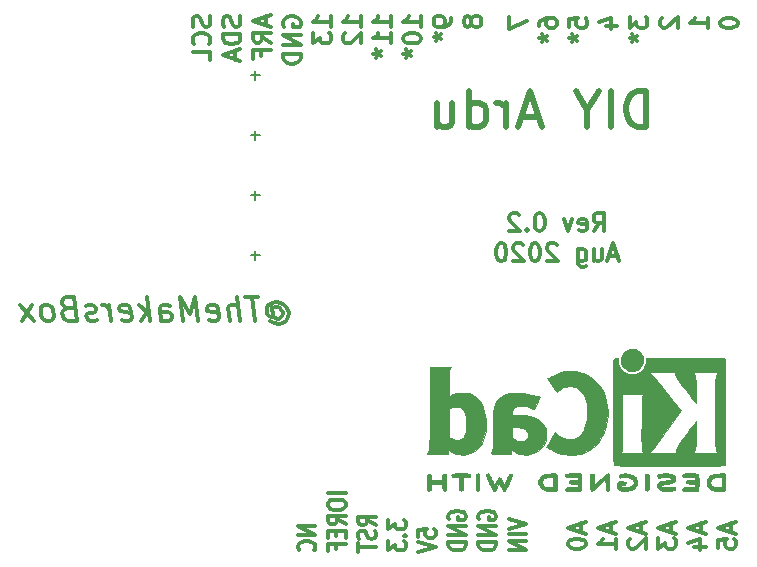
<source format=gbr>
G04 #@! TF.FileFunction,Legend,Bot*
%FSLAX46Y46*%
G04 Gerber Fmt 4.6, Leading zero omitted, Abs format (unit mm)*
G04 Created by KiCad (PCBNEW 4.0.6) date 08/25/20 17:01:17*
%MOMM*%
%LPD*%
G01*
G04 APERTURE LIST*
%ADD10C,0.100000*%
%ADD11C,0.300000*%
%ADD12C,0.500000*%
%ADD13C,0.010000*%
%ADD14C,0.150000*%
G04 APERTURE END LIST*
D10*
D11*
X135930430Y-101933381D02*
X136013763Y-101838143D01*
X136192335Y-101742905D01*
X136382811Y-101742905D01*
X136585192Y-101838143D01*
X136692335Y-101933381D01*
X136811382Y-102123857D01*
X136835192Y-102314333D01*
X136763763Y-102504810D01*
X136680430Y-102600048D01*
X136501859Y-102695286D01*
X136311383Y-102695286D01*
X136109001Y-102600048D01*
X136001858Y-102504810D01*
X135906620Y-101742905D02*
X136001858Y-102504810D01*
X135918525Y-102600048D01*
X135823287Y-102600048D01*
X135620906Y-102504810D01*
X135501859Y-102314333D01*
X135442335Y-101838143D01*
X135597097Y-101552429D01*
X135859001Y-101361952D01*
X136228049Y-101266714D01*
X136620906Y-101361952D01*
X136930430Y-101552429D01*
X137156621Y-101838143D01*
X137299478Y-102219095D01*
X137251859Y-102600048D01*
X137097096Y-102885762D01*
X136835192Y-103076238D01*
X136466145Y-103171476D01*
X136073287Y-103076238D01*
X135763763Y-102885762D01*
X134751858Y-100885762D02*
X133609001Y-100885762D01*
X134430429Y-102885762D02*
X134180429Y-100885762D01*
X133192334Y-102885762D02*
X132942334Y-100885762D01*
X132335191Y-102885762D02*
X132204239Y-101838143D01*
X132275667Y-101647667D01*
X132454239Y-101552429D01*
X132739953Y-101552429D01*
X132942333Y-101647667D01*
X133049477Y-101742905D01*
X130609000Y-102790524D02*
X130811381Y-102885762D01*
X131192333Y-102885762D01*
X131370905Y-102790524D01*
X131442334Y-102600048D01*
X131347096Y-101838143D01*
X131228048Y-101647667D01*
X131025667Y-101552429D01*
X130644715Y-101552429D01*
X130466143Y-101647667D01*
X130394715Y-101838143D01*
X130418524Y-102028619D01*
X131394715Y-102219095D01*
X129668524Y-102885762D02*
X129418524Y-100885762D01*
X128930429Y-102314333D01*
X128085190Y-100885762D01*
X128335190Y-102885762D01*
X126525667Y-102885762D02*
X126394715Y-101838143D01*
X126466143Y-101647667D01*
X126644715Y-101552429D01*
X127025667Y-101552429D01*
X127228048Y-101647667D01*
X126513762Y-102790524D02*
X126716143Y-102885762D01*
X127192333Y-102885762D01*
X127370905Y-102790524D01*
X127442334Y-102600048D01*
X127418524Y-102409571D01*
X127299477Y-102219095D01*
X127097095Y-102123857D01*
X126620905Y-102123857D01*
X126418524Y-102028619D01*
X125573286Y-102885762D02*
X125323286Y-100885762D01*
X125287571Y-102123857D02*
X124811381Y-102885762D01*
X124644715Y-101552429D02*
X125501858Y-102314333D01*
X123180428Y-102790524D02*
X123382809Y-102885762D01*
X123763761Y-102885762D01*
X123942333Y-102790524D01*
X124013762Y-102600048D01*
X123918524Y-101838143D01*
X123799476Y-101647667D01*
X123597095Y-101552429D01*
X123216143Y-101552429D01*
X123037571Y-101647667D01*
X122966143Y-101838143D01*
X122989952Y-102028619D01*
X123966143Y-102219095D01*
X122239952Y-102885762D02*
X122073286Y-101552429D01*
X122120905Y-101933381D02*
X122001856Y-101742905D01*
X121894713Y-101647667D01*
X121692333Y-101552429D01*
X121501857Y-101552429D01*
X121085190Y-102790524D02*
X120906618Y-102885762D01*
X120525666Y-102885762D01*
X120323285Y-102790524D01*
X120204238Y-102600048D01*
X120192333Y-102504810D01*
X120263762Y-102314333D01*
X120442333Y-102219095D01*
X120728047Y-102219095D01*
X120906619Y-102123857D01*
X120978048Y-101933381D01*
X120966143Y-101838143D01*
X120847095Y-101647667D01*
X120644714Y-101552429D01*
X120359000Y-101552429D01*
X120180428Y-101647667D01*
X118585190Y-101838143D02*
X118311381Y-101933381D01*
X118228046Y-102028619D01*
X118156618Y-102219095D01*
X118192332Y-102504810D01*
X118311380Y-102695286D01*
X118418523Y-102790524D01*
X118620904Y-102885762D01*
X119382809Y-102885762D01*
X119132809Y-100885762D01*
X118466142Y-100885762D01*
X118287571Y-100981000D01*
X118204238Y-101076238D01*
X118132808Y-101266714D01*
X118156618Y-101457190D01*
X118275666Y-101647667D01*
X118382809Y-101742905D01*
X118585190Y-101838143D01*
X119251857Y-101838143D01*
X117097094Y-102885762D02*
X117275665Y-102790524D01*
X117359000Y-102695286D01*
X117430428Y-102504810D01*
X117359000Y-101933381D01*
X117239952Y-101742905D01*
X117132808Y-101647667D01*
X116930428Y-101552429D01*
X116644714Y-101552429D01*
X116466142Y-101647667D01*
X116382809Y-101742905D01*
X116311381Y-101933381D01*
X116382809Y-102504810D01*
X116501857Y-102695286D01*
X116608999Y-102790524D01*
X116811380Y-102885762D01*
X117097094Y-102885762D01*
X115763761Y-102885762D02*
X114549476Y-101552429D01*
X115597095Y-101552429D02*
X114716142Y-102885762D01*
X155988571Y-77176286D02*
X155988571Y-78176286D01*
X157488571Y-77533429D01*
X158538571Y-77962000D02*
X158538571Y-77676286D01*
X158610000Y-77533429D01*
X158681429Y-77462000D01*
X158895714Y-77319143D01*
X159181429Y-77247714D01*
X159752857Y-77247714D01*
X159895714Y-77319143D01*
X159967143Y-77390571D01*
X160038571Y-77533429D01*
X160038571Y-77819143D01*
X159967143Y-77962000D01*
X159895714Y-78033429D01*
X159752857Y-78104857D01*
X159395714Y-78104857D01*
X159252857Y-78033429D01*
X159181429Y-77962000D01*
X159110000Y-77819143D01*
X159110000Y-77533429D01*
X159181429Y-77390571D01*
X159252857Y-77319143D01*
X159395714Y-77247714D01*
X158538571Y-78962000D02*
X158895714Y-78962000D01*
X158752857Y-78604857D02*
X158895714Y-78962000D01*
X158752857Y-79319142D01*
X159181429Y-78747714D02*
X158895714Y-78962000D01*
X159181429Y-79176285D01*
X161088571Y-78033429D02*
X161088571Y-77319143D01*
X161802857Y-77247714D01*
X161731429Y-77319143D01*
X161660000Y-77462000D01*
X161660000Y-77819143D01*
X161731429Y-77962000D01*
X161802857Y-78033429D01*
X161945714Y-78104857D01*
X162302857Y-78104857D01*
X162445714Y-78033429D01*
X162517143Y-77962000D01*
X162588571Y-77819143D01*
X162588571Y-77462000D01*
X162517143Y-77319143D01*
X162445714Y-77247714D01*
X161088571Y-78962000D02*
X161445714Y-78962000D01*
X161302857Y-78604857D02*
X161445714Y-78962000D01*
X161302857Y-79319142D01*
X161731429Y-78747714D02*
X161445714Y-78962000D01*
X161731429Y-79176285D01*
X164138571Y-77962000D02*
X165138571Y-77962000D01*
X163567143Y-77604857D02*
X164638571Y-77247714D01*
X164638571Y-78176286D01*
X166188571Y-77176286D02*
X166188571Y-78104857D01*
X166760000Y-77604857D01*
X166760000Y-77819143D01*
X166831429Y-77962000D01*
X166902857Y-78033429D01*
X167045714Y-78104857D01*
X167402857Y-78104857D01*
X167545714Y-78033429D01*
X167617143Y-77962000D01*
X167688571Y-77819143D01*
X167688571Y-77390571D01*
X167617143Y-77247714D01*
X167545714Y-77176286D01*
X166188571Y-78962000D02*
X166545714Y-78962000D01*
X166402857Y-78604857D02*
X166545714Y-78962000D01*
X166402857Y-79319142D01*
X166831429Y-78747714D02*
X166545714Y-78962000D01*
X166831429Y-79176285D01*
X168881429Y-77247714D02*
X168810000Y-77319143D01*
X168738571Y-77462000D01*
X168738571Y-77819143D01*
X168810000Y-77962000D01*
X168881429Y-78033429D01*
X169024286Y-78104857D01*
X169167143Y-78104857D01*
X169381429Y-78033429D01*
X170238571Y-77176286D01*
X170238571Y-78104857D01*
X172788571Y-78104857D02*
X172788571Y-77247714D01*
X172788571Y-77676286D02*
X171288571Y-77676286D01*
X171502857Y-77533429D01*
X171645714Y-77390571D01*
X171717143Y-77247714D01*
X173838571Y-77604857D02*
X173838571Y-77747714D01*
X173910000Y-77890571D01*
X173981429Y-77962000D01*
X174124286Y-78033429D01*
X174410000Y-78104857D01*
X174767143Y-78104857D01*
X175052857Y-78033429D01*
X175195714Y-77962000D01*
X175267143Y-77890571D01*
X175338571Y-77747714D01*
X175338571Y-77604857D01*
X175267143Y-77462000D01*
X175195714Y-77390571D01*
X175052857Y-77319143D01*
X174767143Y-77247714D01*
X174410000Y-77247714D01*
X174124286Y-77319143D01*
X173981429Y-77390571D01*
X173910000Y-77462000D01*
X173838571Y-77604857D01*
X130610143Y-77120714D02*
X130681571Y-77335000D01*
X130681571Y-77692143D01*
X130610143Y-77835000D01*
X130538714Y-77906429D01*
X130395857Y-77977857D01*
X130253000Y-77977857D01*
X130110143Y-77906429D01*
X130038714Y-77835000D01*
X129967286Y-77692143D01*
X129895857Y-77406429D01*
X129824429Y-77263571D01*
X129753000Y-77192143D01*
X129610143Y-77120714D01*
X129467286Y-77120714D01*
X129324429Y-77192143D01*
X129253000Y-77263571D01*
X129181571Y-77406429D01*
X129181571Y-77763571D01*
X129253000Y-77977857D01*
X130538714Y-79477857D02*
X130610143Y-79406428D01*
X130681571Y-79192142D01*
X130681571Y-79049285D01*
X130610143Y-78835000D01*
X130467286Y-78692142D01*
X130324429Y-78620714D01*
X130038714Y-78549285D01*
X129824429Y-78549285D01*
X129538714Y-78620714D01*
X129395857Y-78692142D01*
X129253000Y-78835000D01*
X129181571Y-79049285D01*
X129181571Y-79192142D01*
X129253000Y-79406428D01*
X129324429Y-79477857D01*
X130681571Y-80835000D02*
X130681571Y-80120714D01*
X129181571Y-80120714D01*
X133160143Y-77120714D02*
X133231571Y-77335000D01*
X133231571Y-77692143D01*
X133160143Y-77835000D01*
X133088714Y-77906429D01*
X132945857Y-77977857D01*
X132803000Y-77977857D01*
X132660143Y-77906429D01*
X132588714Y-77835000D01*
X132517286Y-77692143D01*
X132445857Y-77406429D01*
X132374429Y-77263571D01*
X132303000Y-77192143D01*
X132160143Y-77120714D01*
X132017286Y-77120714D01*
X131874429Y-77192143D01*
X131803000Y-77263571D01*
X131731571Y-77406429D01*
X131731571Y-77763571D01*
X131803000Y-77977857D01*
X133231571Y-78620714D02*
X131731571Y-78620714D01*
X131731571Y-78977857D01*
X131803000Y-79192142D01*
X131945857Y-79335000D01*
X132088714Y-79406428D01*
X132374429Y-79477857D01*
X132588714Y-79477857D01*
X132874429Y-79406428D01*
X133017286Y-79335000D01*
X133160143Y-79192142D01*
X133231571Y-78977857D01*
X133231571Y-78620714D01*
X132803000Y-80049285D02*
X132803000Y-80763571D01*
X133231571Y-79906428D02*
X131731571Y-80406428D01*
X133231571Y-80906428D01*
X135353000Y-77120714D02*
X135353000Y-77835000D01*
X135781571Y-76977857D02*
X134281571Y-77477857D01*
X135781571Y-77977857D01*
X135781571Y-79335000D02*
X135067286Y-78835000D01*
X135781571Y-78477857D02*
X134281571Y-78477857D01*
X134281571Y-79049285D01*
X134353000Y-79192143D01*
X134424429Y-79263571D01*
X134567286Y-79335000D01*
X134781571Y-79335000D01*
X134924429Y-79263571D01*
X134995857Y-79192143D01*
X135067286Y-79049285D01*
X135067286Y-78477857D01*
X134995857Y-80477857D02*
X134995857Y-79977857D01*
X135781571Y-79977857D02*
X134281571Y-79977857D01*
X134281571Y-80692143D01*
X136903000Y-77977857D02*
X136831571Y-77835000D01*
X136831571Y-77620714D01*
X136903000Y-77406429D01*
X137045857Y-77263571D01*
X137188714Y-77192143D01*
X137474429Y-77120714D01*
X137688714Y-77120714D01*
X137974429Y-77192143D01*
X138117286Y-77263571D01*
X138260143Y-77406429D01*
X138331571Y-77620714D01*
X138331571Y-77763571D01*
X138260143Y-77977857D01*
X138188714Y-78049286D01*
X137688714Y-78049286D01*
X137688714Y-77763571D01*
X138331571Y-78692143D02*
X136831571Y-78692143D01*
X138331571Y-79549286D01*
X136831571Y-79549286D01*
X138331571Y-80263572D02*
X136831571Y-80263572D01*
X136831571Y-80620715D01*
X136903000Y-80835000D01*
X137045857Y-80977858D01*
X137188714Y-81049286D01*
X137474429Y-81120715D01*
X137688714Y-81120715D01*
X137974429Y-81049286D01*
X138117286Y-80977858D01*
X138260143Y-80835000D01*
X138331571Y-80620715D01*
X138331571Y-80263572D01*
X140881571Y-77977857D02*
X140881571Y-77120714D01*
X140881571Y-77549286D02*
X139381571Y-77549286D01*
X139595857Y-77406429D01*
X139738714Y-77263571D01*
X139810143Y-77120714D01*
X139381571Y-78477857D02*
X139381571Y-79406428D01*
X139953000Y-78906428D01*
X139953000Y-79120714D01*
X140024429Y-79263571D01*
X140095857Y-79335000D01*
X140238714Y-79406428D01*
X140595857Y-79406428D01*
X140738714Y-79335000D01*
X140810143Y-79263571D01*
X140881571Y-79120714D01*
X140881571Y-78692142D01*
X140810143Y-78549285D01*
X140738714Y-78477857D01*
X143431571Y-77977857D02*
X143431571Y-77120714D01*
X143431571Y-77549286D02*
X141931571Y-77549286D01*
X142145857Y-77406429D01*
X142288714Y-77263571D01*
X142360143Y-77120714D01*
X142074429Y-78549285D02*
X142003000Y-78620714D01*
X141931571Y-78763571D01*
X141931571Y-79120714D01*
X142003000Y-79263571D01*
X142074429Y-79335000D01*
X142217286Y-79406428D01*
X142360143Y-79406428D01*
X142574429Y-79335000D01*
X143431571Y-78477857D01*
X143431571Y-79406428D01*
X145981571Y-77977857D02*
X145981571Y-77120714D01*
X145981571Y-77549286D02*
X144481571Y-77549286D01*
X144695857Y-77406429D01*
X144838714Y-77263571D01*
X144910143Y-77120714D01*
X145981571Y-79406428D02*
X145981571Y-78549285D01*
X145981571Y-78977857D02*
X144481571Y-78977857D01*
X144695857Y-78835000D01*
X144838714Y-78692142D01*
X144910143Y-78549285D01*
X144481571Y-80263571D02*
X144838714Y-80263571D01*
X144695857Y-79906428D02*
X144838714Y-80263571D01*
X144695857Y-80620713D01*
X145124429Y-80049285D02*
X144838714Y-80263571D01*
X145124429Y-80477856D01*
X148531571Y-77977857D02*
X148531571Y-77120714D01*
X148531571Y-77549286D02*
X147031571Y-77549286D01*
X147245857Y-77406429D01*
X147388714Y-77263571D01*
X147460143Y-77120714D01*
X147031571Y-78906428D02*
X147031571Y-79049285D01*
X147103000Y-79192142D01*
X147174429Y-79263571D01*
X147317286Y-79335000D01*
X147603000Y-79406428D01*
X147960143Y-79406428D01*
X148245857Y-79335000D01*
X148388714Y-79263571D01*
X148460143Y-79192142D01*
X148531571Y-79049285D01*
X148531571Y-78906428D01*
X148460143Y-78763571D01*
X148388714Y-78692142D01*
X148245857Y-78620714D01*
X147960143Y-78549285D01*
X147603000Y-78549285D01*
X147317286Y-78620714D01*
X147174429Y-78692142D01*
X147103000Y-78763571D01*
X147031571Y-78906428D01*
X147031571Y-80263571D02*
X147388714Y-80263571D01*
X147245857Y-79906428D02*
X147388714Y-80263571D01*
X147245857Y-80620713D01*
X147674429Y-80049285D02*
X147388714Y-80263571D01*
X147674429Y-80477856D01*
X151081571Y-77263571D02*
X151081571Y-77549286D01*
X151010143Y-77692143D01*
X150938714Y-77763571D01*
X150724429Y-77906429D01*
X150438714Y-77977857D01*
X149867286Y-77977857D01*
X149724429Y-77906429D01*
X149653000Y-77835000D01*
X149581571Y-77692143D01*
X149581571Y-77406429D01*
X149653000Y-77263571D01*
X149724429Y-77192143D01*
X149867286Y-77120714D01*
X150224429Y-77120714D01*
X150367286Y-77192143D01*
X150438714Y-77263571D01*
X150510143Y-77406429D01*
X150510143Y-77692143D01*
X150438714Y-77835000D01*
X150367286Y-77906429D01*
X150224429Y-77977857D01*
X149581571Y-78835000D02*
X149938714Y-78835000D01*
X149795857Y-78477857D02*
X149938714Y-78835000D01*
X149795857Y-79192142D01*
X150224429Y-78620714D02*
X149938714Y-78835000D01*
X150224429Y-79049285D01*
X152774429Y-77406429D02*
X152703000Y-77263571D01*
X152631571Y-77192143D01*
X152488714Y-77120714D01*
X152417286Y-77120714D01*
X152274429Y-77192143D01*
X152203000Y-77263571D01*
X152131571Y-77406429D01*
X152131571Y-77692143D01*
X152203000Y-77835000D01*
X152274429Y-77906429D01*
X152417286Y-77977857D01*
X152488714Y-77977857D01*
X152631571Y-77906429D01*
X152703000Y-77835000D01*
X152774429Y-77692143D01*
X152774429Y-77406429D01*
X152845857Y-77263571D01*
X152917286Y-77192143D01*
X153060143Y-77120714D01*
X153345857Y-77120714D01*
X153488714Y-77192143D01*
X153560143Y-77263571D01*
X153631571Y-77406429D01*
X153631571Y-77692143D01*
X153560143Y-77835000D01*
X153488714Y-77906429D01*
X153345857Y-77977857D01*
X153060143Y-77977857D01*
X152917286Y-77906429D01*
X152845857Y-77835000D01*
X152774429Y-77692143D01*
X162023000Y-120046714D02*
X162023000Y-120761000D01*
X162451571Y-119903857D02*
X160951571Y-120403857D01*
X162451571Y-120903857D01*
X160951571Y-121689571D02*
X160951571Y-121832428D01*
X161023000Y-121975285D01*
X161094429Y-122046714D01*
X161237286Y-122118143D01*
X161523000Y-122189571D01*
X161880143Y-122189571D01*
X162165857Y-122118143D01*
X162308714Y-122046714D01*
X162380143Y-121975285D01*
X162451571Y-121832428D01*
X162451571Y-121689571D01*
X162380143Y-121546714D01*
X162308714Y-121475285D01*
X162165857Y-121403857D01*
X161880143Y-121332428D01*
X161523000Y-121332428D01*
X161237286Y-121403857D01*
X161094429Y-121475285D01*
X161023000Y-121546714D01*
X160951571Y-121689571D01*
X164573000Y-120046714D02*
X164573000Y-120761000D01*
X165001571Y-119903857D02*
X163501571Y-120403857D01*
X165001571Y-120903857D01*
X165001571Y-122189571D02*
X165001571Y-121332428D01*
X165001571Y-121761000D02*
X163501571Y-121761000D01*
X163715857Y-121618143D01*
X163858714Y-121475285D01*
X163930143Y-121332428D01*
X167123000Y-120046714D02*
X167123000Y-120761000D01*
X167551571Y-119903857D02*
X166051571Y-120403857D01*
X167551571Y-120903857D01*
X166194429Y-121332428D02*
X166123000Y-121403857D01*
X166051571Y-121546714D01*
X166051571Y-121903857D01*
X166123000Y-122046714D01*
X166194429Y-122118143D01*
X166337286Y-122189571D01*
X166480143Y-122189571D01*
X166694429Y-122118143D01*
X167551571Y-121261000D01*
X167551571Y-122189571D01*
X169673000Y-120046714D02*
X169673000Y-120761000D01*
X170101571Y-119903857D02*
X168601571Y-120403857D01*
X170101571Y-120903857D01*
X168601571Y-121261000D02*
X168601571Y-122189571D01*
X169173000Y-121689571D01*
X169173000Y-121903857D01*
X169244429Y-122046714D01*
X169315857Y-122118143D01*
X169458714Y-122189571D01*
X169815857Y-122189571D01*
X169958714Y-122118143D01*
X170030143Y-122046714D01*
X170101571Y-121903857D01*
X170101571Y-121475285D01*
X170030143Y-121332428D01*
X169958714Y-121261000D01*
X172223000Y-120046714D02*
X172223000Y-120761000D01*
X172651571Y-119903857D02*
X171151571Y-120403857D01*
X172651571Y-120903857D01*
X171651571Y-122046714D02*
X172651571Y-122046714D01*
X171080143Y-121689571D02*
X172151571Y-121332428D01*
X172151571Y-122261000D01*
X174773000Y-120046714D02*
X174773000Y-120761000D01*
X175201571Y-119903857D02*
X173701571Y-120403857D01*
X175201571Y-120903857D01*
X173701571Y-122118143D02*
X173701571Y-121403857D01*
X174415857Y-121332428D01*
X174344429Y-121403857D01*
X174273000Y-121546714D01*
X174273000Y-121903857D01*
X174344429Y-122046714D01*
X174415857Y-122118143D01*
X174558714Y-122189571D01*
X174915857Y-122189571D01*
X175058714Y-122118143D01*
X175130143Y-122046714D01*
X175201571Y-121903857D01*
X175201571Y-121546714D01*
X175130143Y-121403857D01*
X175058714Y-121332428D01*
X139581571Y-120293095D02*
X138081571Y-120293095D01*
X139581571Y-121007381D01*
X138081571Y-121007381D01*
X139438714Y-122316905D02*
X139510143Y-122257381D01*
X139581571Y-122078810D01*
X139581571Y-121959762D01*
X139510143Y-121781190D01*
X139367286Y-121662143D01*
X139224429Y-121602619D01*
X138938714Y-121543095D01*
X138724429Y-121543095D01*
X138438714Y-121602619D01*
X138295857Y-121662143D01*
X138153000Y-121781190D01*
X138081571Y-121959762D01*
X138081571Y-122078810D01*
X138153000Y-122257381D01*
X138224429Y-122316905D01*
X142131571Y-117495476D02*
X140631571Y-117495476D01*
X140631571Y-118328809D02*
X140631571Y-118566905D01*
X140703000Y-118685952D01*
X140845857Y-118805000D01*
X141131571Y-118864524D01*
X141631571Y-118864524D01*
X141917286Y-118805000D01*
X142060143Y-118685952D01*
X142131571Y-118566905D01*
X142131571Y-118328809D01*
X142060143Y-118209762D01*
X141917286Y-118090714D01*
X141631571Y-118031190D01*
X141131571Y-118031190D01*
X140845857Y-118090714D01*
X140703000Y-118209762D01*
X140631571Y-118328809D01*
X142131571Y-120114524D02*
X141417286Y-119697857D01*
X142131571Y-119400238D02*
X140631571Y-119400238D01*
X140631571Y-119876429D01*
X140703000Y-119995476D01*
X140774429Y-120055000D01*
X140917286Y-120114524D01*
X141131571Y-120114524D01*
X141274429Y-120055000D01*
X141345857Y-119995476D01*
X141417286Y-119876429D01*
X141417286Y-119400238D01*
X141345857Y-120650238D02*
X141345857Y-121066905D01*
X142131571Y-121245476D02*
X142131571Y-120650238D01*
X140631571Y-120650238D01*
X140631571Y-121245476D01*
X141345857Y-122197857D02*
X141345857Y-121781190D01*
X142131571Y-121781190D02*
X140631571Y-121781190D01*
X140631571Y-122376428D01*
X144681571Y-120174048D02*
X143967286Y-119757381D01*
X144681571Y-119459762D02*
X143181571Y-119459762D01*
X143181571Y-119935953D01*
X143253000Y-120055000D01*
X143324429Y-120114524D01*
X143467286Y-120174048D01*
X143681571Y-120174048D01*
X143824429Y-120114524D01*
X143895857Y-120055000D01*
X143967286Y-119935953D01*
X143967286Y-119459762D01*
X144610143Y-120650238D02*
X144681571Y-120828810D01*
X144681571Y-121126429D01*
X144610143Y-121245476D01*
X144538714Y-121305000D01*
X144395857Y-121364524D01*
X144253000Y-121364524D01*
X144110143Y-121305000D01*
X144038714Y-121245476D01*
X143967286Y-121126429D01*
X143895857Y-120888333D01*
X143824429Y-120769286D01*
X143753000Y-120709762D01*
X143610143Y-120650238D01*
X143467286Y-120650238D01*
X143324429Y-120709762D01*
X143253000Y-120769286D01*
X143181571Y-120888333D01*
X143181571Y-121185953D01*
X143253000Y-121364524D01*
X143181571Y-121721667D02*
X143181571Y-122435952D01*
X144681571Y-122078809D02*
X143181571Y-122078809D01*
X145731571Y-119757381D02*
X145731571Y-120531191D01*
X146303000Y-120114524D01*
X146303000Y-120293096D01*
X146374429Y-120412143D01*
X146445857Y-120471667D01*
X146588714Y-120531191D01*
X146945857Y-120531191D01*
X147088714Y-120471667D01*
X147160143Y-120412143D01*
X147231571Y-120293096D01*
X147231571Y-119935953D01*
X147160143Y-119816905D01*
X147088714Y-119757381D01*
X147088714Y-121066905D02*
X147160143Y-121126429D01*
X147231571Y-121066905D01*
X147160143Y-121007381D01*
X147088714Y-121066905D01*
X147231571Y-121066905D01*
X145731571Y-121543095D02*
X145731571Y-122316905D01*
X146303000Y-121900238D01*
X146303000Y-122078810D01*
X146374429Y-122197857D01*
X146445857Y-122257381D01*
X146588714Y-122316905D01*
X146945857Y-122316905D01*
X147088714Y-122257381D01*
X147160143Y-122197857D01*
X147231571Y-122078810D01*
X147231571Y-121721667D01*
X147160143Y-121602619D01*
X147088714Y-121543095D01*
X148281571Y-121185952D02*
X148281571Y-120590714D01*
X148995857Y-120531190D01*
X148924429Y-120590714D01*
X148853000Y-120709762D01*
X148853000Y-121007381D01*
X148924429Y-121126428D01*
X148995857Y-121185952D01*
X149138714Y-121245476D01*
X149495857Y-121245476D01*
X149638714Y-121185952D01*
X149710143Y-121126428D01*
X149781571Y-121007381D01*
X149781571Y-120709762D01*
X149710143Y-120590714D01*
X149638714Y-120531190D01*
X148281571Y-121602619D02*
X149781571Y-122019285D01*
X148281571Y-122435952D01*
X150903000Y-119697857D02*
X150831571Y-119578809D01*
X150831571Y-119400238D01*
X150903000Y-119221666D01*
X151045857Y-119102619D01*
X151188714Y-119043095D01*
X151474429Y-118983571D01*
X151688714Y-118983571D01*
X151974429Y-119043095D01*
X152117286Y-119102619D01*
X152260143Y-119221666D01*
X152331571Y-119400238D01*
X152331571Y-119519286D01*
X152260143Y-119697857D01*
X152188714Y-119757381D01*
X151688714Y-119757381D01*
X151688714Y-119519286D01*
X152331571Y-120293095D02*
X150831571Y-120293095D01*
X152331571Y-121007381D01*
X150831571Y-121007381D01*
X152331571Y-121602619D02*
X150831571Y-121602619D01*
X150831571Y-121900238D01*
X150903000Y-122078810D01*
X151045857Y-122197857D01*
X151188714Y-122257381D01*
X151474429Y-122316905D01*
X151688714Y-122316905D01*
X151974429Y-122257381D01*
X152117286Y-122197857D01*
X152260143Y-122078810D01*
X152331571Y-121900238D01*
X152331571Y-121602619D01*
X153453000Y-119697857D02*
X153381571Y-119578809D01*
X153381571Y-119400238D01*
X153453000Y-119221666D01*
X153595857Y-119102619D01*
X153738714Y-119043095D01*
X154024429Y-118983571D01*
X154238714Y-118983571D01*
X154524429Y-119043095D01*
X154667286Y-119102619D01*
X154810143Y-119221666D01*
X154881571Y-119400238D01*
X154881571Y-119519286D01*
X154810143Y-119697857D01*
X154738714Y-119757381D01*
X154238714Y-119757381D01*
X154238714Y-119519286D01*
X154881571Y-120293095D02*
X153381571Y-120293095D01*
X154881571Y-121007381D01*
X153381571Y-121007381D01*
X154881571Y-121602619D02*
X153381571Y-121602619D01*
X153381571Y-121900238D01*
X153453000Y-122078810D01*
X153595857Y-122197857D01*
X153738714Y-122257381D01*
X154024429Y-122316905D01*
X154238714Y-122316905D01*
X154524429Y-122257381D01*
X154667286Y-122197857D01*
X154810143Y-122078810D01*
X154881571Y-121900238D01*
X154881571Y-121602619D01*
X155931571Y-119697857D02*
X157431571Y-120114523D01*
X155931571Y-120531190D01*
X157431571Y-120947857D02*
X155931571Y-120947857D01*
X157431571Y-121543095D02*
X155931571Y-121543095D01*
X157431571Y-122257381D01*
X155931571Y-122257381D01*
X163127142Y-95288571D02*
X163627142Y-94574286D01*
X163984285Y-95288571D02*
X163984285Y-93788571D01*
X163412857Y-93788571D01*
X163269999Y-93860000D01*
X163198571Y-93931429D01*
X163127142Y-94074286D01*
X163127142Y-94288571D01*
X163198571Y-94431429D01*
X163269999Y-94502857D01*
X163412857Y-94574286D01*
X163984285Y-94574286D01*
X161912857Y-95217143D02*
X162055714Y-95288571D01*
X162341428Y-95288571D01*
X162484285Y-95217143D01*
X162555714Y-95074286D01*
X162555714Y-94502857D01*
X162484285Y-94360000D01*
X162341428Y-94288571D01*
X162055714Y-94288571D01*
X161912857Y-94360000D01*
X161841428Y-94502857D01*
X161841428Y-94645714D01*
X162555714Y-94788571D01*
X161341428Y-94288571D02*
X160984285Y-95288571D01*
X160627143Y-94288571D01*
X158627143Y-93788571D02*
X158484286Y-93788571D01*
X158341429Y-93860000D01*
X158270000Y-93931429D01*
X158198571Y-94074286D01*
X158127143Y-94360000D01*
X158127143Y-94717143D01*
X158198571Y-95002857D01*
X158270000Y-95145714D01*
X158341429Y-95217143D01*
X158484286Y-95288571D01*
X158627143Y-95288571D01*
X158770000Y-95217143D01*
X158841429Y-95145714D01*
X158912857Y-95002857D01*
X158984286Y-94717143D01*
X158984286Y-94360000D01*
X158912857Y-94074286D01*
X158841429Y-93931429D01*
X158770000Y-93860000D01*
X158627143Y-93788571D01*
X157484286Y-95145714D02*
X157412858Y-95217143D01*
X157484286Y-95288571D01*
X157555715Y-95217143D01*
X157484286Y-95145714D01*
X157484286Y-95288571D01*
X156841429Y-93931429D02*
X156770000Y-93860000D01*
X156627143Y-93788571D01*
X156270000Y-93788571D01*
X156127143Y-93860000D01*
X156055714Y-93931429D01*
X155984286Y-94074286D01*
X155984286Y-94217143D01*
X156055714Y-94431429D01*
X156912857Y-95288571D01*
X155984286Y-95288571D01*
X165162856Y-97410000D02*
X164448570Y-97410000D01*
X165305713Y-97838571D02*
X164805713Y-96338571D01*
X164305713Y-97838571D01*
X163162856Y-96838571D02*
X163162856Y-97838571D01*
X163805713Y-96838571D02*
X163805713Y-97624286D01*
X163734285Y-97767143D01*
X163591427Y-97838571D01*
X163377142Y-97838571D01*
X163234285Y-97767143D01*
X163162856Y-97695714D01*
X161805713Y-96838571D02*
X161805713Y-98052857D01*
X161877142Y-98195714D01*
X161948570Y-98267143D01*
X162091427Y-98338571D01*
X162305713Y-98338571D01*
X162448570Y-98267143D01*
X161805713Y-97767143D02*
X161948570Y-97838571D01*
X162234284Y-97838571D01*
X162377142Y-97767143D01*
X162448570Y-97695714D01*
X162519999Y-97552857D01*
X162519999Y-97124286D01*
X162448570Y-96981429D01*
X162377142Y-96910000D01*
X162234284Y-96838571D01*
X161948570Y-96838571D01*
X161805713Y-96910000D01*
X160019999Y-96481429D02*
X159948570Y-96410000D01*
X159805713Y-96338571D01*
X159448570Y-96338571D01*
X159305713Y-96410000D01*
X159234284Y-96481429D01*
X159162856Y-96624286D01*
X159162856Y-96767143D01*
X159234284Y-96981429D01*
X160091427Y-97838571D01*
X159162856Y-97838571D01*
X158234285Y-96338571D02*
X158091428Y-96338571D01*
X157948571Y-96410000D01*
X157877142Y-96481429D01*
X157805713Y-96624286D01*
X157734285Y-96910000D01*
X157734285Y-97267143D01*
X157805713Y-97552857D01*
X157877142Y-97695714D01*
X157948571Y-97767143D01*
X158091428Y-97838571D01*
X158234285Y-97838571D01*
X158377142Y-97767143D01*
X158448571Y-97695714D01*
X158519999Y-97552857D01*
X158591428Y-97267143D01*
X158591428Y-96910000D01*
X158519999Y-96624286D01*
X158448571Y-96481429D01*
X158377142Y-96410000D01*
X158234285Y-96338571D01*
X157162857Y-96481429D02*
X157091428Y-96410000D01*
X156948571Y-96338571D01*
X156591428Y-96338571D01*
X156448571Y-96410000D01*
X156377142Y-96481429D01*
X156305714Y-96624286D01*
X156305714Y-96767143D01*
X156377142Y-96981429D01*
X157234285Y-97838571D01*
X156305714Y-97838571D01*
X155377143Y-96338571D02*
X155234286Y-96338571D01*
X155091429Y-96410000D01*
X155020000Y-96481429D01*
X154948571Y-96624286D01*
X154877143Y-96910000D01*
X154877143Y-97267143D01*
X154948571Y-97552857D01*
X155020000Y-97695714D01*
X155091429Y-97767143D01*
X155234286Y-97838571D01*
X155377143Y-97838571D01*
X155520000Y-97767143D01*
X155591429Y-97695714D01*
X155662857Y-97552857D01*
X155734286Y-97267143D01*
X155734286Y-96910000D01*
X155662857Y-96624286D01*
X155591429Y-96481429D01*
X155520000Y-96410000D01*
X155377143Y-96338571D01*
D12*
X167607143Y-86447143D02*
X167607143Y-83447143D01*
X166892858Y-83447143D01*
X166464286Y-83590000D01*
X166178572Y-83875714D01*
X166035715Y-84161429D01*
X165892858Y-84732857D01*
X165892858Y-85161429D01*
X166035715Y-85732857D01*
X166178572Y-86018571D01*
X166464286Y-86304286D01*
X166892858Y-86447143D01*
X167607143Y-86447143D01*
X164607143Y-86447143D02*
X164607143Y-83447143D01*
X162607144Y-85018571D02*
X162607144Y-86447143D01*
X163607144Y-83447143D02*
X162607144Y-85018571D01*
X161607144Y-83447143D01*
X158464286Y-85590000D02*
X157035715Y-85590000D01*
X158750001Y-86447143D02*
X157750001Y-83447143D01*
X156750001Y-86447143D01*
X155750000Y-86447143D02*
X155750000Y-84447143D01*
X155750000Y-85018571D02*
X155607143Y-84732857D01*
X155464286Y-84590000D01*
X155178572Y-84447143D01*
X154892857Y-84447143D01*
X152607143Y-86447143D02*
X152607143Y-83447143D01*
X152607143Y-86304286D02*
X152892857Y-86447143D01*
X153464286Y-86447143D01*
X153750000Y-86304286D01*
X153892857Y-86161429D01*
X154035714Y-85875714D01*
X154035714Y-85018571D01*
X153892857Y-84732857D01*
X153750000Y-84590000D01*
X153464286Y-84447143D01*
X152892857Y-84447143D01*
X152607143Y-84590000D01*
X149892857Y-84447143D02*
X149892857Y-86447143D01*
X151178571Y-84447143D02*
X151178571Y-86018571D01*
X151035714Y-86304286D01*
X150750000Y-86447143D01*
X150321428Y-86447143D01*
X150035714Y-86304286D01*
X149892857Y-86161429D01*
D13*
G36*
X173968397Y-115810391D02*
X173889080Y-115811197D01*
X173656669Y-115816805D01*
X173462026Y-115833462D01*
X173298516Y-115862957D01*
X173159506Y-115907074D01*
X173038361Y-115967602D01*
X172928449Y-116046327D01*
X172889191Y-116080525D01*
X172824069Y-116160542D01*
X172765348Y-116269123D01*
X172720089Y-116389480D01*
X172695355Y-116504824D01*
X172692785Y-116547446D01*
X172708890Y-116665599D01*
X172752047Y-116794659D01*
X172814524Y-116916819D01*
X172888587Y-117014269D01*
X172900617Y-117026027D01*
X173002519Y-117108671D01*
X173114108Y-117173186D01*
X173241818Y-117221260D01*
X173392082Y-117254584D01*
X173571334Y-117274849D01*
X173786007Y-117283746D01*
X173884337Y-117284500D01*
X174009360Y-117283898D01*
X174097282Y-117281381D01*
X174156353Y-117275881D01*
X174194820Y-117266332D01*
X174220932Y-117251666D01*
X174234928Y-117239143D01*
X174248149Y-117223929D01*
X174258520Y-117204302D01*
X174266385Y-117175005D01*
X174272091Y-117130780D01*
X174275981Y-117066369D01*
X174278400Y-116976514D01*
X174279694Y-116855959D01*
X174280206Y-116699444D01*
X174280285Y-116547446D01*
X174280785Y-116344717D01*
X174280677Y-116182768D01*
X174278748Y-116105214D01*
X173985464Y-116105214D01*
X173985464Y-116989679D01*
X173798366Y-116989507D01*
X173685784Y-116986278D01*
X173567872Y-116977960D01*
X173469493Y-116966325D01*
X173466500Y-116965846D01*
X173307500Y-116927404D01*
X173184174Y-116867533D01*
X173090363Y-116782335D01*
X173030757Y-116690091D01*
X172994030Y-116587766D01*
X172996878Y-116491686D01*
X173039502Y-116388696D01*
X173122874Y-116282153D01*
X173238406Y-116203204D01*
X173388577Y-116150433D01*
X173488939Y-116131758D01*
X173602863Y-116118643D01*
X173723605Y-116109150D01*
X173826301Y-116105204D01*
X173832384Y-116105185D01*
X173985464Y-116105214D01*
X174278748Y-116105214D01*
X174277549Y-116057059D01*
X174268986Y-115963048D01*
X174252578Y-115896197D01*
X174225910Y-115851963D01*
X174186571Y-115825806D01*
X174132148Y-115813186D01*
X174060227Y-115809561D01*
X173968397Y-115810391D01*
X173968397Y-115810391D01*
G37*
X173968397Y-115810391D02*
X173889080Y-115811197D01*
X173656669Y-115816805D01*
X173462026Y-115833462D01*
X173298516Y-115862957D01*
X173159506Y-115907074D01*
X173038361Y-115967602D01*
X172928449Y-116046327D01*
X172889191Y-116080525D01*
X172824069Y-116160542D01*
X172765348Y-116269123D01*
X172720089Y-116389480D01*
X172695355Y-116504824D01*
X172692785Y-116547446D01*
X172708890Y-116665599D01*
X172752047Y-116794659D01*
X172814524Y-116916819D01*
X172888587Y-117014269D01*
X172900617Y-117026027D01*
X173002519Y-117108671D01*
X173114108Y-117173186D01*
X173241818Y-117221260D01*
X173392082Y-117254584D01*
X173571334Y-117274849D01*
X173786007Y-117283746D01*
X173884337Y-117284500D01*
X174009360Y-117283898D01*
X174097282Y-117281381D01*
X174156353Y-117275881D01*
X174194820Y-117266332D01*
X174220932Y-117251666D01*
X174234928Y-117239143D01*
X174248149Y-117223929D01*
X174258520Y-117204302D01*
X174266385Y-117175005D01*
X174272091Y-117130780D01*
X174275981Y-117066369D01*
X174278400Y-116976514D01*
X174279694Y-116855959D01*
X174280206Y-116699444D01*
X174280285Y-116547446D01*
X174280785Y-116344717D01*
X174280677Y-116182768D01*
X174278748Y-116105214D01*
X173985464Y-116105214D01*
X173985464Y-116989679D01*
X173798366Y-116989507D01*
X173685784Y-116986278D01*
X173567872Y-116977960D01*
X173469493Y-116966325D01*
X173466500Y-116965846D01*
X173307500Y-116927404D01*
X173184174Y-116867533D01*
X173090363Y-116782335D01*
X173030757Y-116690091D01*
X172994030Y-116587766D01*
X172996878Y-116491686D01*
X173039502Y-116388696D01*
X173122874Y-116282153D01*
X173238406Y-116203204D01*
X173388577Y-116150433D01*
X173488939Y-116131758D01*
X173602863Y-116118643D01*
X173723605Y-116109150D01*
X173826301Y-116105204D01*
X173832384Y-116105185D01*
X173985464Y-116105214D01*
X174278748Y-116105214D01*
X174277549Y-116057059D01*
X174268986Y-115963048D01*
X174252578Y-115896197D01*
X174225910Y-115851963D01*
X174186571Y-115825806D01*
X174132148Y-115813186D01*
X174060227Y-115809561D01*
X173968397Y-115810391D01*
G36*
X171138666Y-115810552D02*
X170999230Y-115811300D01*
X170893983Y-115813040D01*
X170817344Y-115816177D01*
X170763730Y-115821113D01*
X170727557Y-115828253D01*
X170703241Y-115838001D01*
X170685201Y-115850761D01*
X170678669Y-115856633D01*
X170638942Y-115919027D01*
X170631789Y-115990718D01*
X170657923Y-116054364D01*
X170670007Y-116067227D01*
X170689552Y-116079698D01*
X170721023Y-116089320D01*
X170770256Y-116096559D01*
X170843086Y-116101883D01*
X170945349Y-116105762D01*
X171082882Y-116108664D01*
X171208623Y-116110429D01*
X171706268Y-116116554D01*
X171713069Y-116246955D01*
X171719870Y-116377357D01*
X171382075Y-116377357D01*
X171235426Y-116378622D01*
X171128064Y-116383914D01*
X171053957Y-116395478D01*
X171007069Y-116415558D01*
X170981367Y-116446398D01*
X170970816Y-116490244D01*
X170969214Y-116530937D01*
X170974193Y-116580868D01*
X170992984Y-116617660D01*
X171031367Y-116643235D01*
X171095120Y-116659516D01*
X171190024Y-116668426D01*
X171321858Y-116671887D01*
X171393814Y-116672179D01*
X171717607Y-116672179D01*
X171717607Y-116989679D01*
X171218678Y-116989679D01*
X171055133Y-116989906D01*
X170930837Y-116990929D01*
X170839686Y-116993256D01*
X170775572Y-116997395D01*
X170732390Y-117003857D01*
X170704033Y-117013148D01*
X170684395Y-117025779D01*
X170674393Y-117035036D01*
X170640082Y-117089063D01*
X170629035Y-117137089D01*
X170644809Y-117195751D01*
X170674393Y-117239143D01*
X170690176Y-117252803D01*
X170710551Y-117263410D01*
X170740998Y-117271348D01*
X170786997Y-117277003D01*
X170854030Y-117280759D01*
X170947578Y-117283000D01*
X171073120Y-117284111D01*
X171236138Y-117284476D01*
X171320732Y-117284500D01*
X171501888Y-117284340D01*
X171643168Y-117283602D01*
X171750052Y-117281904D01*
X171828022Y-117278859D01*
X171882559Y-117274083D01*
X171919142Y-117267192D01*
X171943253Y-117257801D01*
X171960373Y-117245525D01*
X171967071Y-117239143D01*
X171980328Y-117223882D01*
X171990719Y-117204193D01*
X171998591Y-117174801D01*
X172004293Y-117130430D01*
X172008172Y-117065803D01*
X172010577Y-116975644D01*
X172011856Y-116854678D01*
X172012355Y-116697628D01*
X172012428Y-116551400D01*
X172012361Y-116364134D01*
X172011890Y-116216928D01*
X172010613Y-116104482D01*
X172008129Y-116021499D01*
X172004036Y-115962680D01*
X171997931Y-115922727D01*
X171989412Y-115896341D01*
X171978078Y-115878225D01*
X171963525Y-115863080D01*
X171959940Y-115859703D01*
X171942541Y-115844755D01*
X171922325Y-115833180D01*
X171893684Y-115824545D01*
X171851009Y-115818422D01*
X171788695Y-115814379D01*
X171701132Y-115811986D01*
X171582713Y-115810811D01*
X171427831Y-115810425D01*
X171317877Y-115810393D01*
X171138666Y-115810552D01*
X171138666Y-115810552D01*
G37*
X171138666Y-115810552D02*
X170999230Y-115811300D01*
X170893983Y-115813040D01*
X170817344Y-115816177D01*
X170763730Y-115821113D01*
X170727557Y-115828253D01*
X170703241Y-115838001D01*
X170685201Y-115850761D01*
X170678669Y-115856633D01*
X170638942Y-115919027D01*
X170631789Y-115990718D01*
X170657923Y-116054364D01*
X170670007Y-116067227D01*
X170689552Y-116079698D01*
X170721023Y-116089320D01*
X170770256Y-116096559D01*
X170843086Y-116101883D01*
X170945349Y-116105762D01*
X171082882Y-116108664D01*
X171208623Y-116110429D01*
X171706268Y-116116554D01*
X171713069Y-116246955D01*
X171719870Y-116377357D01*
X171382075Y-116377357D01*
X171235426Y-116378622D01*
X171128064Y-116383914D01*
X171053957Y-116395478D01*
X171007069Y-116415558D01*
X170981367Y-116446398D01*
X170970816Y-116490244D01*
X170969214Y-116530937D01*
X170974193Y-116580868D01*
X170992984Y-116617660D01*
X171031367Y-116643235D01*
X171095120Y-116659516D01*
X171190024Y-116668426D01*
X171321858Y-116671887D01*
X171393814Y-116672179D01*
X171717607Y-116672179D01*
X171717607Y-116989679D01*
X171218678Y-116989679D01*
X171055133Y-116989906D01*
X170930837Y-116990929D01*
X170839686Y-116993256D01*
X170775572Y-116997395D01*
X170732390Y-117003857D01*
X170704033Y-117013148D01*
X170684395Y-117025779D01*
X170674393Y-117035036D01*
X170640082Y-117089063D01*
X170629035Y-117137089D01*
X170644809Y-117195751D01*
X170674393Y-117239143D01*
X170690176Y-117252803D01*
X170710551Y-117263410D01*
X170740998Y-117271348D01*
X170786997Y-117277003D01*
X170854030Y-117280759D01*
X170947578Y-117283000D01*
X171073120Y-117284111D01*
X171236138Y-117284476D01*
X171320732Y-117284500D01*
X171501888Y-117284340D01*
X171643168Y-117283602D01*
X171750052Y-117281904D01*
X171828022Y-117278859D01*
X171882559Y-117274083D01*
X171919142Y-117267192D01*
X171943253Y-117257801D01*
X171960373Y-117245525D01*
X171967071Y-117239143D01*
X171980328Y-117223882D01*
X171990719Y-117204193D01*
X171998591Y-117174801D01*
X172004293Y-117130430D01*
X172008172Y-117065803D01*
X172010577Y-116975644D01*
X172011856Y-116854678D01*
X172012355Y-116697628D01*
X172012428Y-116551400D01*
X172012361Y-116364134D01*
X172011890Y-116216928D01*
X172010613Y-116104482D01*
X172008129Y-116021499D01*
X172004036Y-115962680D01*
X171997931Y-115922727D01*
X171989412Y-115896341D01*
X171978078Y-115878225D01*
X171963525Y-115863080D01*
X171959940Y-115859703D01*
X171942541Y-115844755D01*
X171922325Y-115833180D01*
X171893684Y-115824545D01*
X171851009Y-115818422D01*
X171788695Y-115814379D01*
X171701132Y-115811986D01*
X171582713Y-115810811D01*
X171427831Y-115810425D01*
X171317877Y-115810393D01*
X171138666Y-115810552D01*
G36*
X169087366Y-115812973D02*
X168937068Y-115823480D01*
X168797283Y-115839891D01*
X168676137Y-115861587D01*
X168581754Y-115887950D01*
X168522261Y-115918364D01*
X168513129Y-115927317D01*
X168481375Y-115996788D01*
X168491004Y-116068108D01*
X168540257Y-116129127D01*
X168542607Y-116130875D01*
X168571577Y-116149676D01*
X168601819Y-116159562D01*
X168644001Y-116160763D01*
X168708792Y-116153507D01*
X168806861Y-116138024D01*
X168814750Y-116136721D01*
X168960877Y-116118769D01*
X169118534Y-116109913D01*
X169276656Y-116109827D01*
X169424180Y-116118185D01*
X169550040Y-116134659D01*
X169643172Y-116158923D01*
X169649291Y-116161362D01*
X169716855Y-116199217D01*
X169740593Y-116237527D01*
X169722010Y-116275204D01*
X169662611Y-116311160D01*
X169563901Y-116344306D01*
X169427385Y-116373554D01*
X169336357Y-116387636D01*
X169147138Y-116414723D01*
X168996645Y-116439484D01*
X168878466Y-116464063D01*
X168786191Y-116490605D01*
X168713410Y-116521253D01*
X168653710Y-116558152D01*
X168600682Y-116603445D01*
X168558069Y-116647923D01*
X168507514Y-116709895D01*
X168482635Y-116763184D01*
X168474854Y-116828839D01*
X168474571Y-116852883D01*
X168480415Y-116932671D01*
X168503771Y-116992030D01*
X168544193Y-117044716D01*
X168626344Y-117125254D01*
X168717952Y-117186674D01*
X168825824Y-117230979D01*
X168956765Y-117260172D01*
X169117584Y-117276256D01*
X169315086Y-117281233D01*
X169347696Y-117281149D01*
X169479401Y-117278419D01*
X169610015Y-117272216D01*
X169725301Y-117263430D01*
X169811020Y-117252950D01*
X169817953Y-117251747D01*
X169903179Y-117231558D01*
X169975467Y-117206055D01*
X170016390Y-117182739D01*
X170054474Y-117121229D01*
X170057125Y-117049602D01*
X170024295Y-116985771D01*
X170016950Y-116978553D01*
X169986588Y-116957107D01*
X169948618Y-116947867D01*
X169889852Y-116949440D01*
X169818512Y-116957613D01*
X169738797Y-116964914D01*
X169627049Y-116971074D01*
X169496592Y-116975544D01*
X169360746Y-116977776D01*
X169325018Y-116977923D01*
X169188666Y-116977373D01*
X169088876Y-116974726D01*
X169016868Y-116969063D01*
X168963860Y-116959466D01*
X168921073Y-116945017D01*
X168895360Y-116932982D01*
X168838857Y-116899565D01*
X168802833Y-116869301D01*
X168797568Y-116860722D01*
X168808675Y-116825296D01*
X168861477Y-116791001D01*
X168952316Y-116759394D01*
X169077532Y-116732031D01*
X169114424Y-116725936D01*
X169307118Y-116695670D01*
X169460904Y-116670373D01*
X169581717Y-116648206D01*
X169675495Y-116627330D01*
X169748171Y-116605907D01*
X169805683Y-116582099D01*
X169853965Y-116554068D01*
X169898953Y-116519975D01*
X169946583Y-116477982D01*
X169962611Y-116463259D01*
X170018806Y-116408314D01*
X170048552Y-116364781D01*
X170060189Y-116314965D01*
X170062071Y-116252189D01*
X170041351Y-116129085D01*
X169979429Y-116024491D01*
X169876659Y-115938745D01*
X169733398Y-115872184D01*
X169631178Y-115842329D01*
X169520083Y-115823047D01*
X169386999Y-115812139D01*
X169240052Y-115808987D01*
X169087366Y-115812973D01*
X169087366Y-115812973D01*
G37*
X169087366Y-115812973D02*
X168937068Y-115823480D01*
X168797283Y-115839891D01*
X168676137Y-115861587D01*
X168581754Y-115887950D01*
X168522261Y-115918364D01*
X168513129Y-115927317D01*
X168481375Y-115996788D01*
X168491004Y-116068108D01*
X168540257Y-116129127D01*
X168542607Y-116130875D01*
X168571577Y-116149676D01*
X168601819Y-116159562D01*
X168644001Y-116160763D01*
X168708792Y-116153507D01*
X168806861Y-116138024D01*
X168814750Y-116136721D01*
X168960877Y-116118769D01*
X169118534Y-116109913D01*
X169276656Y-116109827D01*
X169424180Y-116118185D01*
X169550040Y-116134659D01*
X169643172Y-116158923D01*
X169649291Y-116161362D01*
X169716855Y-116199217D01*
X169740593Y-116237527D01*
X169722010Y-116275204D01*
X169662611Y-116311160D01*
X169563901Y-116344306D01*
X169427385Y-116373554D01*
X169336357Y-116387636D01*
X169147138Y-116414723D01*
X168996645Y-116439484D01*
X168878466Y-116464063D01*
X168786191Y-116490605D01*
X168713410Y-116521253D01*
X168653710Y-116558152D01*
X168600682Y-116603445D01*
X168558069Y-116647923D01*
X168507514Y-116709895D01*
X168482635Y-116763184D01*
X168474854Y-116828839D01*
X168474571Y-116852883D01*
X168480415Y-116932671D01*
X168503771Y-116992030D01*
X168544193Y-117044716D01*
X168626344Y-117125254D01*
X168717952Y-117186674D01*
X168825824Y-117230979D01*
X168956765Y-117260172D01*
X169117584Y-117276256D01*
X169315086Y-117281233D01*
X169347696Y-117281149D01*
X169479401Y-117278419D01*
X169610015Y-117272216D01*
X169725301Y-117263430D01*
X169811020Y-117252950D01*
X169817953Y-117251747D01*
X169903179Y-117231558D01*
X169975467Y-117206055D01*
X170016390Y-117182739D01*
X170054474Y-117121229D01*
X170057125Y-117049602D01*
X170024295Y-116985771D01*
X170016950Y-116978553D01*
X169986588Y-116957107D01*
X169948618Y-116947867D01*
X169889852Y-116949440D01*
X169818512Y-116957613D01*
X169738797Y-116964914D01*
X169627049Y-116971074D01*
X169496592Y-116975544D01*
X169360746Y-116977776D01*
X169325018Y-116977923D01*
X169188666Y-116977373D01*
X169088876Y-116974726D01*
X169016868Y-116969063D01*
X168963860Y-116959466D01*
X168921073Y-116945017D01*
X168895360Y-116932982D01*
X168838857Y-116899565D01*
X168802833Y-116869301D01*
X168797568Y-116860722D01*
X168808675Y-116825296D01*
X168861477Y-116791001D01*
X168952316Y-116759394D01*
X169077532Y-116732031D01*
X169114424Y-116725936D01*
X169307118Y-116695670D01*
X169460904Y-116670373D01*
X169581717Y-116648206D01*
X169675495Y-116627330D01*
X169748171Y-116605907D01*
X169805683Y-116582099D01*
X169853965Y-116554068D01*
X169898953Y-116519975D01*
X169946583Y-116477982D01*
X169962611Y-116463259D01*
X170018806Y-116408314D01*
X170048552Y-116364781D01*
X170060189Y-116314965D01*
X170062071Y-116252189D01*
X170041351Y-116129085D01*
X169979429Y-116024491D01*
X169876659Y-115938745D01*
X169733398Y-115872184D01*
X169631178Y-115842329D01*
X169520083Y-115823047D01*
X169386999Y-115812139D01*
X169240052Y-115808987D01*
X169087366Y-115812973D01*
G36*
X167544750Y-115855750D02*
X167531529Y-115870964D01*
X167521159Y-115890591D01*
X167513293Y-115919888D01*
X167507587Y-115964113D01*
X167503697Y-116028524D01*
X167501278Y-116118378D01*
X167499984Y-116238934D01*
X167499472Y-116395448D01*
X167499393Y-116547446D01*
X167499533Y-116735978D01*
X167500182Y-116884410D01*
X167501686Y-116998001D01*
X167504389Y-117082009D01*
X167508636Y-117141690D01*
X167514772Y-117182302D01*
X167523141Y-117209104D01*
X167534089Y-117227353D01*
X167544750Y-117239143D01*
X167611051Y-117278680D01*
X167681696Y-117275131D01*
X167744904Y-117232011D01*
X167759427Y-117215177D01*
X167770777Y-117195644D01*
X167779345Y-117168015D01*
X167785522Y-117126889D01*
X167789698Y-117066868D01*
X167792265Y-116982551D01*
X167793612Y-116868540D01*
X167794132Y-116719434D01*
X167794214Y-116550623D01*
X167794214Y-115921724D01*
X167738548Y-115866058D01*
X167669934Y-115819225D01*
X167603377Y-115817538D01*
X167544750Y-115855750D01*
X167544750Y-115855750D01*
G37*
X167544750Y-115855750D02*
X167531529Y-115870964D01*
X167521159Y-115890591D01*
X167513293Y-115919888D01*
X167507587Y-115964113D01*
X167503697Y-116028524D01*
X167501278Y-116118378D01*
X167499984Y-116238934D01*
X167499472Y-116395448D01*
X167499393Y-116547446D01*
X167499533Y-116735978D01*
X167500182Y-116884410D01*
X167501686Y-116998001D01*
X167504389Y-117082009D01*
X167508636Y-117141690D01*
X167514772Y-117182302D01*
X167523141Y-117209104D01*
X167534089Y-117227353D01*
X167544750Y-117239143D01*
X167611051Y-117278680D01*
X167681696Y-117275131D01*
X167744904Y-117232011D01*
X167759427Y-117215177D01*
X167770777Y-117195644D01*
X167779345Y-117168015D01*
X167785522Y-117126889D01*
X167789698Y-117066868D01*
X167792265Y-116982551D01*
X167793612Y-116868540D01*
X167794132Y-116719434D01*
X167794214Y-116550623D01*
X167794214Y-115921724D01*
X167738548Y-115866058D01*
X167669934Y-115819225D01*
X167603377Y-115817538D01*
X167544750Y-115855750D01*
G36*
X165588573Y-115821506D02*
X165450928Y-115844602D01*
X165345214Y-115880505D01*
X165276440Y-115927778D01*
X165257699Y-115954748D01*
X165238641Y-116017475D01*
X165251466Y-116074222D01*
X165291953Y-116128035D01*
X165354862Y-116153210D01*
X165446143Y-116151165D01*
X165516744Y-116137526D01*
X165673626Y-116111540D01*
X165833954Y-116109070D01*
X166013409Y-116130163D01*
X166062978Y-116139100D01*
X166229843Y-116186146D01*
X166360386Y-116256129D01*
X166453176Y-116347856D01*
X166506781Y-116460134D01*
X166517868Y-116518182D01*
X166510611Y-116635953D01*
X166463759Y-116740150D01*
X166381582Y-116828742D01*
X166268349Y-116899698D01*
X166128329Y-116950987D01*
X165965791Y-116980579D01*
X165785005Y-116986443D01*
X165590238Y-116966548D01*
X165579241Y-116964672D01*
X165501774Y-116950243D01*
X165458822Y-116936306D01*
X165440205Y-116915626D01*
X165435744Y-116880970D01*
X165435643Y-116862618D01*
X165435643Y-116785571D01*
X165573205Y-116785571D01*
X165694682Y-116777250D01*
X165777581Y-116750732D01*
X165825814Y-116703689D01*
X165843296Y-116633790D01*
X165843510Y-116624667D01*
X165833281Y-116564922D01*
X165798208Y-116522261D01*
X165732930Y-116494029D01*
X165632090Y-116477571D01*
X165534415Y-116471520D01*
X165392451Y-116468048D01*
X165289477Y-116473346D01*
X165219247Y-116492893D01*
X165175514Y-116532173D01*
X165152030Y-116596666D01*
X165142549Y-116691854D01*
X165140821Y-116816875D01*
X165143652Y-116956423D01*
X165152167Y-117051347D01*
X165166406Y-117102024D01*
X165169169Y-117105993D01*
X165247350Y-117169316D01*
X165361975Y-117219462D01*
X165505780Y-117255362D01*
X165671496Y-117275944D01*
X165851858Y-117280137D01*
X166039598Y-117266869D01*
X166150018Y-117250572D01*
X166323208Y-117201551D01*
X166484174Y-117121410D01*
X166618944Y-117017398D01*
X166639428Y-116996609D01*
X166705981Y-116909213D01*
X166766031Y-116800898D01*
X166812564Y-116687340D01*
X166838563Y-116584217D01*
X166841696Y-116544611D01*
X166828356Y-116461994D01*
X166792900Y-116359203D01*
X166742131Y-116251006D01*
X166682852Y-116152169D01*
X166630479Y-116086152D01*
X166508026Y-115987952D01*
X166349732Y-115909792D01*
X166161269Y-115853439D01*
X165948310Y-115820663D01*
X165753143Y-115812654D01*
X165588573Y-115821506D01*
X165588573Y-115821506D01*
G37*
X165588573Y-115821506D02*
X165450928Y-115844602D01*
X165345214Y-115880505D01*
X165276440Y-115927778D01*
X165257699Y-115954748D01*
X165238641Y-116017475D01*
X165251466Y-116074222D01*
X165291953Y-116128035D01*
X165354862Y-116153210D01*
X165446143Y-116151165D01*
X165516744Y-116137526D01*
X165673626Y-116111540D01*
X165833954Y-116109070D01*
X166013409Y-116130163D01*
X166062978Y-116139100D01*
X166229843Y-116186146D01*
X166360386Y-116256129D01*
X166453176Y-116347856D01*
X166506781Y-116460134D01*
X166517868Y-116518182D01*
X166510611Y-116635953D01*
X166463759Y-116740150D01*
X166381582Y-116828742D01*
X166268349Y-116899698D01*
X166128329Y-116950987D01*
X165965791Y-116980579D01*
X165785005Y-116986443D01*
X165590238Y-116966548D01*
X165579241Y-116964672D01*
X165501774Y-116950243D01*
X165458822Y-116936306D01*
X165440205Y-116915626D01*
X165435744Y-116880970D01*
X165435643Y-116862618D01*
X165435643Y-116785571D01*
X165573205Y-116785571D01*
X165694682Y-116777250D01*
X165777581Y-116750732D01*
X165825814Y-116703689D01*
X165843296Y-116633790D01*
X165843510Y-116624667D01*
X165833281Y-116564922D01*
X165798208Y-116522261D01*
X165732930Y-116494029D01*
X165632090Y-116477571D01*
X165534415Y-116471520D01*
X165392451Y-116468048D01*
X165289477Y-116473346D01*
X165219247Y-116492893D01*
X165175514Y-116532173D01*
X165152030Y-116596666D01*
X165142549Y-116691854D01*
X165140821Y-116816875D01*
X165143652Y-116956423D01*
X165152167Y-117051347D01*
X165166406Y-117102024D01*
X165169169Y-117105993D01*
X165247350Y-117169316D01*
X165361975Y-117219462D01*
X165505780Y-117255362D01*
X165671496Y-117275944D01*
X165851858Y-117280137D01*
X166039598Y-117266869D01*
X166150018Y-117250572D01*
X166323208Y-117201551D01*
X166484174Y-117121410D01*
X166618944Y-117017398D01*
X166639428Y-116996609D01*
X166705981Y-116909213D01*
X166766031Y-116800898D01*
X166812564Y-116687340D01*
X166838563Y-116584217D01*
X166841696Y-116544611D01*
X166828356Y-116461994D01*
X166792900Y-116359203D01*
X166742131Y-116251006D01*
X166682852Y-116152169D01*
X166630479Y-116086152D01*
X166508026Y-115987952D01*
X166349732Y-115909792D01*
X166161269Y-115853439D01*
X165948310Y-115820663D01*
X165753143Y-115812654D01*
X165588573Y-115821506D01*
G36*
X164282835Y-115819195D02*
X164235493Y-115846967D01*
X164173592Y-115892385D01*
X164093923Y-115957589D01*
X163993280Y-116044717D01*
X163868452Y-116155910D01*
X163716232Y-116293307D01*
X163541982Y-116451276D01*
X163179125Y-116780327D01*
X163167785Y-116338665D01*
X163163691Y-116186634D01*
X163159742Y-116073417D01*
X163155062Y-115992480D01*
X163148779Y-115937293D01*
X163140018Y-115901322D01*
X163127906Y-115878035D01*
X163111569Y-115860899D01*
X163102907Y-115853698D01*
X163033537Y-115815623D01*
X162967527Y-115821190D01*
X162915164Y-115853717D01*
X162861625Y-115897042D01*
X162854966Y-116529759D01*
X162853123Y-116715841D01*
X162852185Y-116862021D01*
X162852477Y-116973751D01*
X162854323Y-117056482D01*
X162858050Y-117115666D01*
X162863980Y-117156753D01*
X162872440Y-117185196D01*
X162883753Y-117206445D01*
X162896300Y-117223488D01*
X162923444Y-117255095D01*
X162950453Y-117276046D01*
X162981070Y-117284088D01*
X163019043Y-117276965D01*
X163068118Y-117252426D01*
X163132040Y-117208214D01*
X163214555Y-117142076D01*
X163319410Y-117051759D01*
X163450351Y-116935008D01*
X163598678Y-116800859D01*
X164131625Y-116317429D01*
X164142964Y-116757647D01*
X164147065Y-116909401D01*
X164151025Y-117022354D01*
X164155721Y-117103052D01*
X164162033Y-117158041D01*
X164170837Y-117193865D01*
X164183012Y-117217070D01*
X164199437Y-117234201D01*
X164207843Y-117241183D01*
X164282134Y-117279534D01*
X164352332Y-117273749D01*
X164413461Y-117224745D01*
X164427445Y-117205030D01*
X164438344Y-117182006D01*
X164446541Y-117150149D01*
X164452420Y-117103935D01*
X164456364Y-117037840D01*
X164458756Y-116946339D01*
X164459979Y-116823911D01*
X164460418Y-116665029D01*
X164460464Y-116547446D01*
X164460317Y-116363533D01*
X164459619Y-116219452D01*
X164457987Y-116109680D01*
X164455039Y-116028693D01*
X164450389Y-115970968D01*
X164443657Y-115930981D01*
X164434457Y-115903207D01*
X164422406Y-115882123D01*
X164413461Y-115870148D01*
X164390786Y-115841780D01*
X164369595Y-115820362D01*
X164346678Y-115808032D01*
X164318828Y-115806930D01*
X164282835Y-115819195D01*
X164282835Y-115819195D01*
G37*
X164282835Y-115819195D02*
X164235493Y-115846967D01*
X164173592Y-115892385D01*
X164093923Y-115957589D01*
X163993280Y-116044717D01*
X163868452Y-116155910D01*
X163716232Y-116293307D01*
X163541982Y-116451276D01*
X163179125Y-116780327D01*
X163167785Y-116338665D01*
X163163691Y-116186634D01*
X163159742Y-116073417D01*
X163155062Y-115992480D01*
X163148779Y-115937293D01*
X163140018Y-115901322D01*
X163127906Y-115878035D01*
X163111569Y-115860899D01*
X163102907Y-115853698D01*
X163033537Y-115815623D01*
X162967527Y-115821190D01*
X162915164Y-115853717D01*
X162861625Y-115897042D01*
X162854966Y-116529759D01*
X162853123Y-116715841D01*
X162852185Y-116862021D01*
X162852477Y-116973751D01*
X162854323Y-117056482D01*
X162858050Y-117115666D01*
X162863980Y-117156753D01*
X162872440Y-117185196D01*
X162883753Y-117206445D01*
X162896300Y-117223488D01*
X162923444Y-117255095D01*
X162950453Y-117276046D01*
X162981070Y-117284088D01*
X163019043Y-117276965D01*
X163068118Y-117252426D01*
X163132040Y-117208214D01*
X163214555Y-117142076D01*
X163319410Y-117051759D01*
X163450351Y-116935008D01*
X163598678Y-116800859D01*
X164131625Y-116317429D01*
X164142964Y-116757647D01*
X164147065Y-116909401D01*
X164151025Y-117022354D01*
X164155721Y-117103052D01*
X164162033Y-117158041D01*
X164170837Y-117193865D01*
X164183012Y-117217070D01*
X164199437Y-117234201D01*
X164207843Y-117241183D01*
X164282134Y-117279534D01*
X164352332Y-117273749D01*
X164413461Y-117224745D01*
X164427445Y-117205030D01*
X164438344Y-117182006D01*
X164446541Y-117150149D01*
X164452420Y-117103935D01*
X164456364Y-117037840D01*
X164458756Y-116946339D01*
X164459979Y-116823911D01*
X164460418Y-116665029D01*
X164460464Y-116547446D01*
X164460317Y-116363533D01*
X164459619Y-116219452D01*
X164457987Y-116109680D01*
X164455039Y-116028693D01*
X164450389Y-115970968D01*
X164443657Y-115930981D01*
X164434457Y-115903207D01*
X164422406Y-115882123D01*
X164413461Y-115870148D01*
X164390786Y-115841780D01*
X164369595Y-115820362D01*
X164346678Y-115808032D01*
X164318828Y-115806930D01*
X164282835Y-115819195D01*
G36*
X161208257Y-115810780D02*
X161054858Y-115812617D01*
X160937305Y-115816911D01*
X160850844Y-115824672D01*
X160790720Y-115836910D01*
X160752180Y-115854635D01*
X160730468Y-115878856D01*
X160720830Y-115910582D01*
X160718512Y-115950823D01*
X160718500Y-115955575D01*
X160720512Y-116001091D01*
X160730025Y-116036269D01*
X160752249Y-116062528D01*
X160792398Y-116081289D01*
X160855684Y-116093973D01*
X160947318Y-116101999D01*
X161072513Y-116106789D01*
X161236481Y-116109761D01*
X161286737Y-116110420D01*
X161773053Y-116116554D01*
X161779855Y-116246955D01*
X161786656Y-116377357D01*
X161448861Y-116377357D01*
X161316893Y-116377844D01*
X161222663Y-116379903D01*
X161158555Y-116384432D01*
X161116956Y-116392330D01*
X161090250Y-116404495D01*
X161070822Y-116421825D01*
X161070698Y-116421963D01*
X161035463Y-116489501D01*
X161036737Y-116562498D01*
X161073716Y-116624725D01*
X161081035Y-116631121D01*
X161107010Y-116647605D01*
X161142603Y-116659073D01*
X161195747Y-116666388D01*
X161274372Y-116670415D01*
X161386410Y-116672017D01*
X161458066Y-116672179D01*
X161784393Y-116672179D01*
X161784393Y-116989679D01*
X161288979Y-116989679D01*
X161125414Y-116989965D01*
X161001203Y-116991134D01*
X160910345Y-116993654D01*
X160846840Y-116997992D01*
X160804687Y-117004614D01*
X160777884Y-117013987D01*
X160760431Y-117026579D01*
X160756033Y-117031152D01*
X160723560Y-117094526D01*
X160721184Y-117166624D01*
X160747825Y-117229135D01*
X160768903Y-117249196D01*
X160790830Y-117260240D01*
X160824805Y-117268785D01*
X160876202Y-117275129D01*
X160950395Y-117279572D01*
X161052759Y-117282413D01*
X161188667Y-117283952D01*
X161363495Y-117284487D01*
X161403020Y-117284500D01*
X161580776Y-117284384D01*
X161718758Y-117283742D01*
X161822544Y-117282134D01*
X161897717Y-117279121D01*
X161949859Y-117274263D01*
X161984549Y-117267121D01*
X162007370Y-117257254D01*
X162023903Y-117244223D01*
X162032973Y-117234866D01*
X162046626Y-117218294D01*
X162057292Y-117197764D01*
X162065340Y-117167893D01*
X162071136Y-117123298D01*
X162075047Y-117058594D01*
X162077443Y-116968397D01*
X162078690Y-116847324D01*
X162079156Y-116689990D01*
X162079214Y-116557568D01*
X162079071Y-116372012D01*
X162078394Y-116226342D01*
X162076808Y-116115088D01*
X162073939Y-116032778D01*
X162069413Y-115973943D01*
X162062856Y-115933111D01*
X162053894Y-115904812D01*
X162042153Y-115883575D01*
X162032211Y-115870148D01*
X161985208Y-115810393D01*
X161402257Y-115810393D01*
X161208257Y-115810780D01*
X161208257Y-115810780D01*
G37*
X161208257Y-115810780D02*
X161054858Y-115812617D01*
X160937305Y-115816911D01*
X160850844Y-115824672D01*
X160790720Y-115836910D01*
X160752180Y-115854635D01*
X160730468Y-115878856D01*
X160720830Y-115910582D01*
X160718512Y-115950823D01*
X160718500Y-115955575D01*
X160720512Y-116001091D01*
X160730025Y-116036269D01*
X160752249Y-116062528D01*
X160792398Y-116081289D01*
X160855684Y-116093973D01*
X160947318Y-116101999D01*
X161072513Y-116106789D01*
X161236481Y-116109761D01*
X161286737Y-116110420D01*
X161773053Y-116116554D01*
X161779855Y-116246955D01*
X161786656Y-116377357D01*
X161448861Y-116377357D01*
X161316893Y-116377844D01*
X161222663Y-116379903D01*
X161158555Y-116384432D01*
X161116956Y-116392330D01*
X161090250Y-116404495D01*
X161070822Y-116421825D01*
X161070698Y-116421963D01*
X161035463Y-116489501D01*
X161036737Y-116562498D01*
X161073716Y-116624725D01*
X161081035Y-116631121D01*
X161107010Y-116647605D01*
X161142603Y-116659073D01*
X161195747Y-116666388D01*
X161274372Y-116670415D01*
X161386410Y-116672017D01*
X161458066Y-116672179D01*
X161784393Y-116672179D01*
X161784393Y-116989679D01*
X161288979Y-116989679D01*
X161125414Y-116989965D01*
X161001203Y-116991134D01*
X160910345Y-116993654D01*
X160846840Y-116997992D01*
X160804687Y-117004614D01*
X160777884Y-117013987D01*
X160760431Y-117026579D01*
X160756033Y-117031152D01*
X160723560Y-117094526D01*
X160721184Y-117166624D01*
X160747825Y-117229135D01*
X160768903Y-117249196D01*
X160790830Y-117260240D01*
X160824805Y-117268785D01*
X160876202Y-117275129D01*
X160950395Y-117279572D01*
X161052759Y-117282413D01*
X161188667Y-117283952D01*
X161363495Y-117284487D01*
X161403020Y-117284500D01*
X161580776Y-117284384D01*
X161718758Y-117283742D01*
X161822544Y-117282134D01*
X161897717Y-117279121D01*
X161949859Y-117274263D01*
X161984549Y-117267121D01*
X162007370Y-117257254D01*
X162023903Y-117244223D01*
X162032973Y-117234866D01*
X162046626Y-117218294D01*
X162057292Y-117197764D01*
X162065340Y-117167893D01*
X162071136Y-117123298D01*
X162075047Y-117058594D01*
X162077443Y-116968397D01*
X162078690Y-116847324D01*
X162079156Y-116689990D01*
X162079214Y-116557568D01*
X162079071Y-116372012D01*
X162078394Y-116226342D01*
X162076808Y-116115088D01*
X162073939Y-116032778D01*
X162069413Y-115973943D01*
X162062856Y-115933111D01*
X162053894Y-115904812D01*
X162042153Y-115883575D01*
X162032211Y-115870148D01*
X161985208Y-115810393D01*
X161402257Y-115810393D01*
X161208257Y-115810780D01*
G36*
X159625290Y-115810811D02*
X159366179Y-115819572D01*
X159145794Y-115846140D01*
X158960501Y-115892105D01*
X158806665Y-115959060D01*
X158680654Y-116048593D01*
X158578833Y-116162296D01*
X158497569Y-116301759D01*
X158495970Y-116305160D01*
X158447471Y-116429979D01*
X158430191Y-116540523D01*
X158444195Y-116651774D01*
X158489552Y-116778710D01*
X158498154Y-116798026D01*
X158556814Y-116911083D01*
X158622740Y-116998442D01*
X158707826Y-117072704D01*
X158823966Y-117146468D01*
X158830713Y-117150319D01*
X158931816Y-117198885D01*
X159046091Y-117235156D01*
X159180879Y-117260383D01*
X159343525Y-117275816D01*
X159541371Y-117282708D01*
X159611273Y-117283307D01*
X159944136Y-117284500D01*
X159991139Y-117224745D01*
X160005082Y-117205096D01*
X160015959Y-117182150D01*
X160024149Y-117150406D01*
X160030033Y-117104359D01*
X160033989Y-117038510D01*
X160035279Y-116989679D01*
X159720643Y-116989679D01*
X159532040Y-116989679D01*
X159421675Y-116986451D01*
X159308379Y-116977958D01*
X159215395Y-116965980D01*
X159209782Y-116964971D01*
X159044630Y-116920665D01*
X158916530Y-116854099D01*
X158821430Y-116762184D01*
X158755277Y-116641832D01*
X158743773Y-116609935D01*
X158732498Y-116560257D01*
X158737380Y-116511177D01*
X158761133Y-116445884D01*
X158775451Y-116413809D01*
X158822338Y-116328574D01*
X158878829Y-116268776D01*
X158940985Y-116227134D01*
X159065488Y-116172945D01*
X159224826Y-116133692D01*
X159410447Y-116111089D01*
X159544884Y-116106114D01*
X159720643Y-116105214D01*
X159720643Y-116989679D01*
X160035279Y-116989679D01*
X160036398Y-116947355D01*
X160037639Y-116825392D01*
X160038092Y-116667118D01*
X160038143Y-116543357D01*
X160038143Y-115921724D01*
X159982477Y-115866058D01*
X159957772Y-115843495D01*
X159931059Y-115828043D01*
X159893756Y-115818375D01*
X159837277Y-115813164D01*
X159753042Y-115811082D01*
X159632465Y-115810801D01*
X159625290Y-115810811D01*
X159625290Y-115810811D01*
G37*
X159625290Y-115810811D02*
X159366179Y-115819572D01*
X159145794Y-115846140D01*
X158960501Y-115892105D01*
X158806665Y-115959060D01*
X158680654Y-116048593D01*
X158578833Y-116162296D01*
X158497569Y-116301759D01*
X158495970Y-116305160D01*
X158447471Y-116429979D01*
X158430191Y-116540523D01*
X158444195Y-116651774D01*
X158489552Y-116778710D01*
X158498154Y-116798026D01*
X158556814Y-116911083D01*
X158622740Y-116998442D01*
X158707826Y-117072704D01*
X158823966Y-117146468D01*
X158830713Y-117150319D01*
X158931816Y-117198885D01*
X159046091Y-117235156D01*
X159180879Y-117260383D01*
X159343525Y-117275816D01*
X159541371Y-117282708D01*
X159611273Y-117283307D01*
X159944136Y-117284500D01*
X159991139Y-117224745D01*
X160005082Y-117205096D01*
X160015959Y-117182150D01*
X160024149Y-117150406D01*
X160030033Y-117104359D01*
X160033989Y-117038510D01*
X160035279Y-116989679D01*
X159720643Y-116989679D01*
X159532040Y-116989679D01*
X159421675Y-116986451D01*
X159308379Y-116977958D01*
X159215395Y-116965980D01*
X159209782Y-116964971D01*
X159044630Y-116920665D01*
X158916530Y-116854099D01*
X158821430Y-116762184D01*
X158755277Y-116641832D01*
X158743773Y-116609935D01*
X158732498Y-116560257D01*
X158737380Y-116511177D01*
X158761133Y-116445884D01*
X158775451Y-116413809D01*
X158822338Y-116328574D01*
X158878829Y-116268776D01*
X158940985Y-116227134D01*
X159065488Y-116172945D01*
X159224826Y-116133692D01*
X159410447Y-116111089D01*
X159544884Y-116106114D01*
X159720643Y-116105214D01*
X159720643Y-116989679D01*
X160035279Y-116989679D01*
X160036398Y-116947355D01*
X160037639Y-116825392D01*
X160038092Y-116667118D01*
X160038143Y-116543357D01*
X160038143Y-115921724D01*
X159982477Y-115866058D01*
X159957772Y-115843495D01*
X159931059Y-115828043D01*
X159893756Y-115818375D01*
X159837277Y-115813164D01*
X159753042Y-115811082D01*
X159632465Y-115810801D01*
X159625290Y-115810811D01*
G36*
X154148235Y-115814345D02*
X154108881Y-115828409D01*
X154107362Y-115829097D01*
X154053920Y-115869881D01*
X154024475Y-115911832D01*
X154018713Y-115931501D01*
X154018998Y-115957637D01*
X154027105Y-115994868D01*
X154044812Y-116047828D01*
X154073896Y-116121145D01*
X154116133Y-116219451D01*
X154173300Y-116347376D01*
X154247174Y-116509552D01*
X154287836Y-116598193D01*
X154361261Y-116756435D01*
X154430189Y-116901957D01*
X154491988Y-117029437D01*
X154544029Y-117133556D01*
X154583679Y-117208993D01*
X154608309Y-117250428D01*
X154613183Y-117256152D01*
X154675542Y-117281402D01*
X154745980Y-117278020D01*
X154802472Y-117247310D01*
X154804774Y-117244812D01*
X154827246Y-117210792D01*
X154864942Y-117144528D01*
X154913214Y-117054549D01*
X154967412Y-116949386D01*
X154986890Y-116910633D01*
X155133918Y-116616140D01*
X155294177Y-116936049D01*
X155351379Y-117046583D01*
X155404449Y-117142444D01*
X155449051Y-117216293D01*
X155480850Y-117260793D01*
X155491627Y-117270229D01*
X155575394Y-117283009D01*
X155644516Y-117256152D01*
X155664849Y-117227449D01*
X155700034Y-117163658D01*
X155747201Y-117071056D01*
X155803480Y-116955920D01*
X155866001Y-116824526D01*
X155931893Y-116683152D01*
X155998286Y-116538074D01*
X156062310Y-116395570D01*
X156121094Y-116261917D01*
X156171768Y-116143391D01*
X156211462Y-116046269D01*
X156237305Y-115976829D01*
X156246428Y-115941347D01*
X156246335Y-115940062D01*
X156224139Y-115895414D01*
X156179774Y-115849940D01*
X156177161Y-115847962D01*
X156122634Y-115817140D01*
X156072199Y-115817438D01*
X156053296Y-115823249D01*
X156030261Y-115835807D01*
X156005800Y-115860511D01*
X155976978Y-115902484D01*
X155940860Y-115966852D01*
X155894512Y-116058740D01*
X155835001Y-116183271D01*
X155781333Y-116298223D01*
X155719588Y-116431472D01*
X155664260Y-116551300D01*
X155618223Y-116651448D01*
X155584350Y-116725655D01*
X155565518Y-116767661D01*
X155562771Y-116774232D01*
X155550418Y-116763490D01*
X155522027Y-116718513D01*
X155481375Y-116645865D01*
X155432241Y-116552111D01*
X155412689Y-116513429D01*
X155346455Y-116382812D01*
X155295376Y-116287688D01*
X155255260Y-116222529D01*
X155221916Y-116181802D01*
X155191151Y-116159978D01*
X155158775Y-116151526D01*
X155137676Y-116150571D01*
X155100458Y-116153869D01*
X155067844Y-116167509D01*
X155035438Y-116197111D01*
X154998844Y-116248293D01*
X154953666Y-116326675D01*
X154895508Y-116437877D01*
X154863420Y-116501135D01*
X154811372Y-116601952D01*
X154765976Y-116685557D01*
X154731240Y-116744897D01*
X154711167Y-116772916D01*
X154708437Y-116774083D01*
X154695474Y-116752031D01*
X154666451Y-116694770D01*
X154624275Y-116608293D01*
X154571852Y-116498593D01*
X154512089Y-116371663D01*
X154482691Y-116308616D01*
X154406212Y-116145907D01*
X154344628Y-116020706D01*
X154294742Y-115928928D01*
X154253357Y-115866487D01*
X154217276Y-115829300D01*
X154183301Y-115813281D01*
X154148235Y-115814345D01*
X154148235Y-115814345D01*
G37*
X154148235Y-115814345D02*
X154108881Y-115828409D01*
X154107362Y-115829097D01*
X154053920Y-115869881D01*
X154024475Y-115911832D01*
X154018713Y-115931501D01*
X154018998Y-115957637D01*
X154027105Y-115994868D01*
X154044812Y-116047828D01*
X154073896Y-116121145D01*
X154116133Y-116219451D01*
X154173300Y-116347376D01*
X154247174Y-116509552D01*
X154287836Y-116598193D01*
X154361261Y-116756435D01*
X154430189Y-116901957D01*
X154491988Y-117029437D01*
X154544029Y-117133556D01*
X154583679Y-117208993D01*
X154608309Y-117250428D01*
X154613183Y-117256152D01*
X154675542Y-117281402D01*
X154745980Y-117278020D01*
X154802472Y-117247310D01*
X154804774Y-117244812D01*
X154827246Y-117210792D01*
X154864942Y-117144528D01*
X154913214Y-117054549D01*
X154967412Y-116949386D01*
X154986890Y-116910633D01*
X155133918Y-116616140D01*
X155294177Y-116936049D01*
X155351379Y-117046583D01*
X155404449Y-117142444D01*
X155449051Y-117216293D01*
X155480850Y-117260793D01*
X155491627Y-117270229D01*
X155575394Y-117283009D01*
X155644516Y-117256152D01*
X155664849Y-117227449D01*
X155700034Y-117163658D01*
X155747201Y-117071056D01*
X155803480Y-116955920D01*
X155866001Y-116824526D01*
X155931893Y-116683152D01*
X155998286Y-116538074D01*
X156062310Y-116395570D01*
X156121094Y-116261917D01*
X156171768Y-116143391D01*
X156211462Y-116046269D01*
X156237305Y-115976829D01*
X156246428Y-115941347D01*
X156246335Y-115940062D01*
X156224139Y-115895414D01*
X156179774Y-115849940D01*
X156177161Y-115847962D01*
X156122634Y-115817140D01*
X156072199Y-115817438D01*
X156053296Y-115823249D01*
X156030261Y-115835807D01*
X156005800Y-115860511D01*
X155976978Y-115902484D01*
X155940860Y-115966852D01*
X155894512Y-116058740D01*
X155835001Y-116183271D01*
X155781333Y-116298223D01*
X155719588Y-116431472D01*
X155664260Y-116551300D01*
X155618223Y-116651448D01*
X155584350Y-116725655D01*
X155565518Y-116767661D01*
X155562771Y-116774232D01*
X155550418Y-116763490D01*
X155522027Y-116718513D01*
X155481375Y-116645865D01*
X155432241Y-116552111D01*
X155412689Y-116513429D01*
X155346455Y-116382812D01*
X155295376Y-116287688D01*
X155255260Y-116222529D01*
X155221916Y-116181802D01*
X155191151Y-116159978D01*
X155158775Y-116151526D01*
X155137676Y-116150571D01*
X155100458Y-116153869D01*
X155067844Y-116167509D01*
X155035438Y-116197111D01*
X154998844Y-116248293D01*
X154953666Y-116326675D01*
X154895508Y-116437877D01*
X154863420Y-116501135D01*
X154811372Y-116601952D01*
X154765976Y-116685557D01*
X154731240Y-116744897D01*
X154711167Y-116772916D01*
X154708437Y-116774083D01*
X154695474Y-116752031D01*
X154666451Y-116694770D01*
X154624275Y-116608293D01*
X154571852Y-116498593D01*
X154512089Y-116371663D01*
X154482691Y-116308616D01*
X154406212Y-116145907D01*
X154344628Y-116020706D01*
X154294742Y-115928928D01*
X154253357Y-115866487D01*
X154217276Y-115829300D01*
X154183301Y-115813281D01*
X154148235Y-115814345D01*
G36*
X153256373Y-115824074D02*
X153208735Y-115853746D01*
X153155196Y-115897100D01*
X153155196Y-116543062D01*
X153155367Y-116732015D01*
X153156097Y-116880881D01*
X153157715Y-116994932D01*
X153160549Y-117079436D01*
X153164928Y-117139663D01*
X153171179Y-117180885D01*
X153179631Y-117208370D01*
X153190612Y-117227390D01*
X153198399Y-117236762D01*
X153261557Y-117277931D01*
X153333477Y-117276252D01*
X153396478Y-117241147D01*
X153450018Y-117197793D01*
X153450018Y-115897100D01*
X153396478Y-115853746D01*
X153344805Y-115822210D01*
X153302607Y-115810393D01*
X153256373Y-115824074D01*
X153256373Y-115824074D01*
G37*
X153256373Y-115824074D02*
X153208735Y-115853746D01*
X153155196Y-115897100D01*
X153155196Y-116543062D01*
X153155367Y-116732015D01*
X153156097Y-116880881D01*
X153157715Y-116994932D01*
X153160549Y-117079436D01*
X153164928Y-117139663D01*
X153171179Y-117180885D01*
X153179631Y-117208370D01*
X153190612Y-117227390D01*
X153198399Y-117236762D01*
X153261557Y-117277931D01*
X153333477Y-117276252D01*
X153396478Y-117241147D01*
X153450018Y-117197793D01*
X153450018Y-115897100D01*
X153396478Y-115853746D01*
X153344805Y-115822210D01*
X153302607Y-115810393D01*
X153256373Y-115824074D01*
G36*
X151700557Y-115810587D02*
X151542439Y-115811347D01*
X151419712Y-115812937D01*
X151327394Y-115815622D01*
X151260501Y-115819667D01*
X151214052Y-115825337D01*
X151183063Y-115832897D01*
X151162552Y-115842612D01*
X151152626Y-115850080D01*
X151101109Y-115915442D01*
X151094877Y-115983305D01*
X151126713Y-116044954D01*
X151147532Y-116069589D01*
X151169935Y-116086387D01*
X151202403Y-116096847D01*
X151253414Y-116102472D01*
X151331450Y-116104760D01*
X151444990Y-116105212D01*
X151467289Y-116105214D01*
X151760464Y-116105214D01*
X151760464Y-116649500D01*
X151760657Y-116821059D01*
X151761534Y-116953066D01*
X151763542Y-117051322D01*
X151767126Y-117121633D01*
X151772733Y-117169800D01*
X151780809Y-117201628D01*
X151791802Y-117222919D01*
X151805821Y-117239143D01*
X151871981Y-117279011D01*
X151941046Y-117275869D01*
X152003680Y-117230382D01*
X152008282Y-117224745D01*
X152023263Y-117203435D01*
X152034677Y-117178502D01*
X152043006Y-117143886D01*
X152048733Y-117093530D01*
X152052341Y-117021375D01*
X152054314Y-116921363D01*
X152055134Y-116787435D01*
X152055285Y-116635102D01*
X152055285Y-116105214D01*
X152335253Y-116105214D01*
X152455398Y-116104401D01*
X152538575Y-116101233D01*
X152593157Y-116094616D01*
X152627514Y-116083456D01*
X152650020Y-116066661D01*
X152652753Y-116063741D01*
X152685614Y-115996967D01*
X152682708Y-115921477D01*
X152644928Y-115855750D01*
X152630318Y-115843001D01*
X152611480Y-115832892D01*
X152583392Y-115825117D01*
X152541030Y-115819372D01*
X152479370Y-115815351D01*
X152393388Y-115812749D01*
X152278062Y-115811259D01*
X152128368Y-115810576D01*
X151939282Y-115810396D01*
X151899048Y-115810393D01*
X151700557Y-115810587D01*
X151700557Y-115810587D01*
G37*
X151700557Y-115810587D02*
X151542439Y-115811347D01*
X151419712Y-115812937D01*
X151327394Y-115815622D01*
X151260501Y-115819667D01*
X151214052Y-115825337D01*
X151183063Y-115832897D01*
X151162552Y-115842612D01*
X151152626Y-115850080D01*
X151101109Y-115915442D01*
X151094877Y-115983305D01*
X151126713Y-116044954D01*
X151147532Y-116069589D01*
X151169935Y-116086387D01*
X151202403Y-116096847D01*
X151253414Y-116102472D01*
X151331450Y-116104760D01*
X151444990Y-116105212D01*
X151467289Y-116105214D01*
X151760464Y-116105214D01*
X151760464Y-116649500D01*
X151760657Y-116821059D01*
X151761534Y-116953066D01*
X151763542Y-117051322D01*
X151767126Y-117121633D01*
X151772733Y-117169800D01*
X151780809Y-117201628D01*
X151791802Y-117222919D01*
X151805821Y-117239143D01*
X151871981Y-117279011D01*
X151941046Y-117275869D01*
X152003680Y-117230382D01*
X152008282Y-117224745D01*
X152023263Y-117203435D01*
X152034677Y-117178502D01*
X152043006Y-117143886D01*
X152048733Y-117093530D01*
X152052341Y-117021375D01*
X152054314Y-116921363D01*
X152055134Y-116787435D01*
X152055285Y-116635102D01*
X152055285Y-116105214D01*
X152335253Y-116105214D01*
X152455398Y-116104401D01*
X152538575Y-116101233D01*
X152593157Y-116094616D01*
X152627514Y-116083456D01*
X152650020Y-116066661D01*
X152652753Y-116063741D01*
X152685614Y-115996967D01*
X152682708Y-115921477D01*
X152644928Y-115855750D01*
X152630318Y-115843001D01*
X152611480Y-115832892D01*
X152583392Y-115825117D01*
X152541030Y-115819372D01*
X152479370Y-115815351D01*
X152393388Y-115812749D01*
X152278062Y-115811259D01*
X152128368Y-115810576D01*
X151939282Y-115810396D01*
X151899048Y-115810393D01*
X151700557Y-115810587D01*
G36*
X149157738Y-115821374D02*
X149094701Y-115866058D01*
X149039035Y-115921724D01*
X149039035Y-116543357D01*
X149039181Y-116727936D01*
X149039870Y-116872660D01*
X149041483Y-116983032D01*
X149044400Y-117064553D01*
X149048998Y-117122726D01*
X149055659Y-117163054D01*
X149064762Y-117191037D01*
X149076686Y-117212180D01*
X149086039Y-117224745D01*
X149147775Y-117274112D01*
X149218663Y-117279470D01*
X149283454Y-117249196D01*
X149304863Y-117231323D01*
X149319174Y-117207582D01*
X149327806Y-117169352D01*
X149332178Y-117108010D01*
X149333710Y-117014937D01*
X149333857Y-116943035D01*
X149333857Y-116672179D01*
X150331714Y-116672179D01*
X150331714Y-116918584D01*
X150332746Y-117031259D01*
X150336874Y-117108695D01*
X150345649Y-117160985D01*
X150360618Y-117198221D01*
X150378717Y-117224745D01*
X150440799Y-117273973D01*
X150511008Y-117279802D01*
X150578221Y-117244812D01*
X150596572Y-117226470D01*
X150609532Y-117202154D01*
X150618081Y-117164278D01*
X150623195Y-117105255D01*
X150625851Y-117017499D01*
X150627029Y-116893423D01*
X150627166Y-116864946D01*
X150628138Y-116631169D01*
X150628639Y-116438505D01*
X150628476Y-116282712D01*
X150627455Y-116159548D01*
X150625383Y-116064770D01*
X150622067Y-115994136D01*
X150617313Y-115943403D01*
X150610929Y-115908329D01*
X150602720Y-115884670D01*
X150592493Y-115868186D01*
X150581178Y-115855750D01*
X150517171Y-115815971D01*
X150450417Y-115821374D01*
X150387380Y-115866058D01*
X150361871Y-115894887D01*
X150345611Y-115926732D01*
X150336539Y-115972085D01*
X150332594Y-116041443D01*
X150331715Y-116145299D01*
X150331714Y-116149541D01*
X150331714Y-116377357D01*
X149333857Y-116377357D01*
X149333857Y-116139232D01*
X149332839Y-116029528D01*
X149328749Y-115955453D01*
X149320035Y-115907304D01*
X149305145Y-115875378D01*
X149288500Y-115855750D01*
X149224493Y-115815971D01*
X149157738Y-115821374D01*
X149157738Y-115821374D01*
G37*
X149157738Y-115821374D02*
X149094701Y-115866058D01*
X149039035Y-115921724D01*
X149039035Y-116543357D01*
X149039181Y-116727936D01*
X149039870Y-116872660D01*
X149041483Y-116983032D01*
X149044400Y-117064553D01*
X149048998Y-117122726D01*
X149055659Y-117163054D01*
X149064762Y-117191037D01*
X149076686Y-117212180D01*
X149086039Y-117224745D01*
X149147775Y-117274112D01*
X149218663Y-117279470D01*
X149283454Y-117249196D01*
X149304863Y-117231323D01*
X149319174Y-117207582D01*
X149327806Y-117169352D01*
X149332178Y-117108010D01*
X149333710Y-117014937D01*
X149333857Y-116943035D01*
X149333857Y-116672179D01*
X150331714Y-116672179D01*
X150331714Y-116918584D01*
X150332746Y-117031259D01*
X150336874Y-117108695D01*
X150345649Y-117160985D01*
X150360618Y-117198221D01*
X150378717Y-117224745D01*
X150440799Y-117273973D01*
X150511008Y-117279802D01*
X150578221Y-117244812D01*
X150596572Y-117226470D01*
X150609532Y-117202154D01*
X150618081Y-117164278D01*
X150623195Y-117105255D01*
X150625851Y-117017499D01*
X150627029Y-116893423D01*
X150627166Y-116864946D01*
X150628138Y-116631169D01*
X150628639Y-116438505D01*
X150628476Y-116282712D01*
X150627455Y-116159548D01*
X150625383Y-116064770D01*
X150622067Y-115994136D01*
X150617313Y-115943403D01*
X150610929Y-115908329D01*
X150602720Y-115884670D01*
X150592493Y-115868186D01*
X150581178Y-115855750D01*
X150517171Y-115815971D01*
X150450417Y-115821374D01*
X150387380Y-115866058D01*
X150361871Y-115894887D01*
X150345611Y-115926732D01*
X150336539Y-115972085D01*
X150332594Y-116041443D01*
X150331715Y-116145299D01*
X150331714Y-116149541D01*
X150331714Y-116377357D01*
X149333857Y-116377357D01*
X149333857Y-116139232D01*
X149332839Y-116029528D01*
X149328749Y-115955453D01*
X149320035Y-115907304D01*
X149305145Y-115875378D01*
X149288500Y-115855750D01*
X149224493Y-115815971D01*
X149157738Y-115821374D01*
G36*
X167590107Y-106207689D02*
X167568280Y-106436585D01*
X167504763Y-106652791D01*
X167402503Y-106851673D01*
X167264446Y-107028597D01*
X167093538Y-107178929D01*
X166898698Y-107295181D01*
X166685212Y-107374777D01*
X166470229Y-107412080D01*
X166257986Y-107409791D01*
X166052724Y-107370609D01*
X165858680Y-107297234D01*
X165680093Y-107192368D01*
X165521204Y-107058708D01*
X165386250Y-106898957D01*
X165279471Y-106715814D01*
X165205105Y-106511978D01*
X165167392Y-106290151D01*
X165163500Y-106189914D01*
X165163500Y-106013250D01*
X165059178Y-106013250D01*
X164986239Y-106018965D01*
X164932204Y-106042669D01*
X164877750Y-106090357D01*
X164800643Y-106167464D01*
X164800643Y-110570173D01*
X164800661Y-111096789D01*
X164800726Y-111579939D01*
X164800854Y-112021515D01*
X164801062Y-112423409D01*
X164801366Y-112787512D01*
X164801783Y-113115715D01*
X164802328Y-113409911D01*
X164803019Y-113671990D01*
X164803872Y-113903845D01*
X164804902Y-114107366D01*
X164806127Y-114284446D01*
X164807563Y-114436976D01*
X164809226Y-114566847D01*
X164811133Y-114675951D01*
X164813299Y-114766179D01*
X164815742Y-114839424D01*
X164818478Y-114897576D01*
X164821523Y-114942528D01*
X164824893Y-114976170D01*
X164828606Y-115000395D01*
X164832676Y-115017093D01*
X164837122Y-115028157D01*
X164839296Y-115031874D01*
X164847659Y-115045960D01*
X164854760Y-115058911D01*
X164862453Y-115070772D01*
X164872593Y-115081593D01*
X164887034Y-115091420D01*
X164907631Y-115100300D01*
X164936239Y-115108282D01*
X164974711Y-115115412D01*
X165024903Y-115121738D01*
X165088669Y-115127308D01*
X165167864Y-115132168D01*
X165264342Y-115136366D01*
X165379958Y-115139950D01*
X165516565Y-115142968D01*
X165676020Y-115145465D01*
X165860175Y-115147490D01*
X166070886Y-115149091D01*
X166310008Y-115150314D01*
X166579395Y-115151208D01*
X166880900Y-115151819D01*
X167216380Y-115152194D01*
X167587688Y-115152383D01*
X167996679Y-115152431D01*
X168445208Y-115152386D01*
X168935128Y-115152295D01*
X169468295Y-115152207D01*
X169545405Y-115152198D01*
X170081745Y-115152111D01*
X170574575Y-115151969D01*
X171025742Y-115151758D01*
X171437093Y-115151462D01*
X171810476Y-115151067D01*
X172147738Y-115150559D01*
X172450725Y-115149924D01*
X172721286Y-115149146D01*
X172961267Y-115148211D01*
X173172515Y-115147105D01*
X173356878Y-115145813D01*
X173516202Y-115144320D01*
X173652335Y-115142613D01*
X173767125Y-115140676D01*
X173862417Y-115138496D01*
X173940060Y-115136057D01*
X174001900Y-115133345D01*
X174049785Y-115130346D01*
X174085562Y-115127045D01*
X174111078Y-115123427D01*
X174128181Y-115119479D01*
X174136935Y-115116127D01*
X174153935Y-115108954D01*
X174169542Y-115103659D01*
X174183816Y-115098362D01*
X174196816Y-115091188D01*
X174208600Y-115080256D01*
X174219228Y-115063691D01*
X174228759Y-115039614D01*
X174237253Y-115006147D01*
X174244769Y-114961413D01*
X174251366Y-114903533D01*
X174257104Y-114830631D01*
X174262040Y-114740828D01*
X174266236Y-114632246D01*
X174269750Y-114503007D01*
X174272641Y-114351235D01*
X174274968Y-114175050D01*
X174276791Y-113972576D01*
X174278170Y-113741935D01*
X174279162Y-113481248D01*
X174279828Y-113188638D01*
X174280227Y-112862227D01*
X174280417Y-112500138D01*
X174280459Y-112100492D01*
X174280412Y-111661412D01*
X174280334Y-111181020D01*
X174280286Y-110657438D01*
X174280285Y-110572759D01*
X174280313Y-110044618D01*
X174280363Y-109559943D01*
X174280385Y-109116841D01*
X174280326Y-108713421D01*
X174280136Y-108347791D01*
X174279763Y-108018060D01*
X174279154Y-107722334D01*
X174278260Y-107458724D01*
X174277096Y-107237893D01*
X173668716Y-107237893D01*
X173588781Y-107354098D01*
X173566340Y-107385775D01*
X173546109Y-107413823D01*
X173527973Y-107440628D01*
X173511820Y-107468571D01*
X173497534Y-107500036D01*
X173485001Y-107537406D01*
X173474107Y-107583066D01*
X173464739Y-107639399D01*
X173456782Y-107708787D01*
X173450122Y-107793614D01*
X173444644Y-107896264D01*
X173440236Y-108019120D01*
X173436782Y-108164566D01*
X173434168Y-108334984D01*
X173432281Y-108532759D01*
X173431006Y-108760274D01*
X173430230Y-109019911D01*
X173429837Y-109314055D01*
X173429714Y-109645090D01*
X173429747Y-110015397D01*
X173429822Y-110427361D01*
X173429839Y-110673696D01*
X173429791Y-111109532D01*
X173429723Y-111502396D01*
X173429747Y-111854675D01*
X173429977Y-112168756D01*
X173430525Y-112447025D01*
X173431504Y-112691867D01*
X173433028Y-112905669D01*
X173435209Y-113090817D01*
X173438160Y-113249696D01*
X173441994Y-113384694D01*
X173446825Y-113498196D01*
X173452765Y-113592588D01*
X173459926Y-113670257D01*
X173468423Y-113733588D01*
X173478368Y-113784968D01*
X173489873Y-113826783D01*
X173503053Y-113861418D01*
X173518019Y-113891261D01*
X173534885Y-113918696D01*
X173553764Y-113946111D01*
X173574768Y-113975891D01*
X173587004Y-113993752D01*
X173664897Y-114109500D01*
X172597023Y-114109500D01*
X172349425Y-114109430D01*
X172143518Y-114109128D01*
X171975637Y-114108452D01*
X171842116Y-114107261D01*
X171739290Y-114105415D01*
X171663492Y-114102772D01*
X171611057Y-114099193D01*
X171578320Y-114094535D01*
X171561614Y-114088659D01*
X171557275Y-114081423D01*
X171561636Y-114072686D01*
X171564039Y-114069812D01*
X171614563Y-113995339D01*
X171666590Y-113889265D01*
X171714019Y-113764708D01*
X171730631Y-113711646D01*
X171739906Y-113675603D01*
X171747744Y-113633293D01*
X171754310Y-113580526D01*
X171759769Y-113513113D01*
X171764288Y-113426863D01*
X171768030Y-113317588D01*
X171771161Y-113181098D01*
X171773845Y-113013203D01*
X171776249Y-112809714D01*
X171778537Y-112566441D01*
X171779295Y-112476643D01*
X171781337Y-112225223D01*
X171782861Y-112015557D01*
X171783750Y-111844046D01*
X171783886Y-111707088D01*
X171783152Y-111601082D01*
X171781430Y-111522429D01*
X171778604Y-111467527D01*
X171774555Y-111432776D01*
X171769166Y-111414575D01*
X171762321Y-111409323D01*
X171753901Y-111413420D01*
X171744913Y-111422089D01*
X171724111Y-111448075D01*
X171679798Y-111506483D01*
X171615109Y-111593033D01*
X171533179Y-111703443D01*
X171437144Y-111833430D01*
X171330139Y-111978714D01*
X171215299Y-112135013D01*
X171095760Y-112298045D01*
X170974658Y-112463529D01*
X170855127Y-112627183D01*
X170740304Y-112784725D01*
X170633322Y-112931874D01*
X170537318Y-113064349D01*
X170455428Y-113177866D01*
X170390786Y-113268146D01*
X170346528Y-113330907D01*
X170337351Y-113344231D01*
X170291303Y-113418366D01*
X170237447Y-113514774D01*
X170186423Y-113614292D01*
X170179953Y-113627713D01*
X170136404Y-113724534D01*
X170111119Y-113799992D01*
X170099608Y-113871963D01*
X170097362Y-113956420D01*
X170098635Y-114109500D01*
X167779450Y-114109500D01*
X167962591Y-113921201D01*
X168056603Y-113820967D01*
X168157627Y-113707504D01*
X168250127Y-113598480D01*
X168291160Y-113547549D01*
X168352309Y-113468105D01*
X168432775Y-113361207D01*
X168530207Y-113230126D01*
X168642252Y-113078138D01*
X168766557Y-112908516D01*
X168900769Y-112724532D01*
X169042536Y-112529462D01*
X169189505Y-112326577D01*
X169339322Y-112119153D01*
X169489636Y-111910462D01*
X169638094Y-111703779D01*
X169782342Y-111502376D01*
X169920029Y-111309527D01*
X170048801Y-111128506D01*
X170166306Y-110962586D01*
X170270190Y-110815041D01*
X170358102Y-110689145D01*
X170427688Y-110588171D01*
X170476595Y-110515393D01*
X170502472Y-110474084D01*
X170506004Y-110465843D01*
X170490014Y-110443089D01*
X170448239Y-110388486D01*
X170383416Y-110305451D01*
X170298284Y-110197400D01*
X170195581Y-110067749D01*
X170078045Y-109919914D01*
X169948416Y-109757312D01*
X169809432Y-109583360D01*
X169663830Y-109401472D01*
X169514350Y-109215066D01*
X169394358Y-109065687D01*
X167363321Y-109065687D01*
X167351449Y-109091717D01*
X167322662Y-109136414D01*
X167320558Y-109139392D01*
X167282816Y-109199967D01*
X167243347Y-109273959D01*
X167235514Y-109290304D01*
X167228410Y-109307237D01*
X167222132Y-109327565D01*
X167216618Y-109354086D01*
X167211809Y-109389598D01*
X167207644Y-109436901D01*
X167204061Y-109498794D01*
X167201001Y-109578074D01*
X167198404Y-109677541D01*
X167196208Y-109799993D01*
X167194353Y-109948228D01*
X167192779Y-110125046D01*
X167191424Y-110333246D01*
X167190230Y-110575625D01*
X167189134Y-110854983D01*
X167188077Y-111174118D01*
X167187004Y-111533428D01*
X167185923Y-111905317D01*
X167185050Y-112234658D01*
X167184521Y-112524261D01*
X167184471Y-112776935D01*
X167185036Y-112995490D01*
X167186350Y-113182735D01*
X167188550Y-113341480D01*
X167191771Y-113474535D01*
X167196149Y-113584708D01*
X167201818Y-113674809D01*
X167208914Y-113747648D01*
X167217573Y-113806034D01*
X167227930Y-113852777D01*
X167240121Y-113890686D01*
X167254280Y-113922570D01*
X167270544Y-113951240D01*
X167289047Y-113979504D01*
X167306124Y-114004550D01*
X167340549Y-114057373D01*
X167360932Y-114092698D01*
X167363321Y-114099168D01*
X167341410Y-114101332D01*
X167278745Y-114103342D01*
X167179930Y-114105150D01*
X167049569Y-114106708D01*
X166892265Y-114107967D01*
X166712621Y-114108880D01*
X166515241Y-114109398D01*
X166376803Y-114109500D01*
X166165880Y-114109057D01*
X165971331Y-114107788D01*
X165797554Y-114105782D01*
X165648944Y-114103126D01*
X165529898Y-114099910D01*
X165444812Y-114096223D01*
X165398084Y-114092153D01*
X165390285Y-114089598D01*
X165405749Y-114059659D01*
X165421818Y-114043527D01*
X165448279Y-114009121D01*
X165482912Y-113948349D01*
X165506862Y-113899009D01*
X165560375Y-113780661D01*
X165566552Y-111416420D01*
X165572730Y-109052178D01*
X166468026Y-109052179D01*
X166664532Y-109052509D01*
X166846127Y-109053450D01*
X167007979Y-109054930D01*
X167145253Y-109056875D01*
X167253120Y-109059214D01*
X167326745Y-109061872D01*
X167361297Y-109064777D01*
X167363321Y-109065687D01*
X169394358Y-109065687D01*
X169363729Y-109027558D01*
X169214707Y-108842364D01*
X169070021Y-108662901D01*
X168932411Y-108492584D01*
X168804614Y-108334831D01*
X168689369Y-108193057D01*
X168589414Y-108070679D01*
X168507488Y-107971112D01*
X168473006Y-107929589D01*
X168299651Y-107727368D01*
X168145769Y-107560109D01*
X168007528Y-107423863D01*
X167881095Y-107314679D01*
X167862250Y-107299878D01*
X167782875Y-107238396D01*
X168919687Y-107238144D01*
X170056500Y-107237893D01*
X170045874Y-107334277D01*
X170052510Y-107449476D01*
X170095764Y-107586635D01*
X170176071Y-107746846D01*
X170267089Y-107892057D01*
X170299671Y-107937550D01*
X170356028Y-108012997D01*
X170432801Y-108114095D01*
X170526631Y-108236544D01*
X170634158Y-108376040D01*
X170752022Y-108528283D01*
X170876865Y-108688969D01*
X171005327Y-108853797D01*
X171134048Y-109018465D01*
X171259669Y-109178671D01*
X171378830Y-109330112D01*
X171488172Y-109468487D01*
X171584336Y-109589494D01*
X171663962Y-109688831D01*
X171723691Y-109762195D01*
X171760162Y-109805285D01*
X171766306Y-109811911D01*
X171772051Y-109795826D01*
X171776498Y-109734968D01*
X171779640Y-109629902D01*
X171781468Y-109481192D01*
X171781977Y-109289404D01*
X171781159Y-109055103D01*
X171779333Y-108814054D01*
X171776676Y-108548651D01*
X171773613Y-108324176D01*
X171769644Y-108136201D01*
X171764269Y-107980298D01*
X171756989Y-107852036D01*
X171747304Y-107746989D01*
X171734714Y-107660727D01*
X171718720Y-107588821D01*
X171698822Y-107526843D01*
X171674520Y-107470364D01*
X171645316Y-107414956D01*
X171615820Y-107364655D01*
X171539487Y-107237893D01*
X173668716Y-107237893D01*
X174277096Y-107237893D01*
X174277029Y-107225337D01*
X174275409Y-107020281D01*
X174273349Y-106841665D01*
X174270798Y-106687596D01*
X174267704Y-106556184D01*
X174264016Y-106445535D01*
X174259683Y-106353760D01*
X174254653Y-106278965D01*
X174248875Y-106219259D01*
X174242298Y-106172750D01*
X174234869Y-106137547D01*
X174226539Y-106111757D01*
X174217255Y-106093490D01*
X174206966Y-106080852D01*
X174195621Y-106071954D01*
X174183168Y-106064902D01*
X174169556Y-106057804D01*
X174157510Y-106050636D01*
X174146998Y-106045461D01*
X174130573Y-106040783D01*
X174106038Y-106036577D01*
X174071193Y-106032818D01*
X174023839Y-106029483D01*
X173961778Y-106026544D01*
X173882811Y-106023979D01*
X173784738Y-106021762D01*
X173665361Y-106019868D01*
X173522481Y-106018273D01*
X173353898Y-106016951D01*
X173157415Y-106015878D01*
X172930832Y-106015029D01*
X172671950Y-106014380D01*
X172378570Y-106013904D01*
X172048493Y-106013578D01*
X171679521Y-106013377D01*
X171269454Y-106013276D01*
X170845280Y-106013250D01*
X167590107Y-106013250D01*
X167590107Y-106207689D01*
X167590107Y-106207689D01*
G37*
X167590107Y-106207689D02*
X167568280Y-106436585D01*
X167504763Y-106652791D01*
X167402503Y-106851673D01*
X167264446Y-107028597D01*
X167093538Y-107178929D01*
X166898698Y-107295181D01*
X166685212Y-107374777D01*
X166470229Y-107412080D01*
X166257986Y-107409791D01*
X166052724Y-107370609D01*
X165858680Y-107297234D01*
X165680093Y-107192368D01*
X165521204Y-107058708D01*
X165386250Y-106898957D01*
X165279471Y-106715814D01*
X165205105Y-106511978D01*
X165167392Y-106290151D01*
X165163500Y-106189914D01*
X165163500Y-106013250D01*
X165059178Y-106013250D01*
X164986239Y-106018965D01*
X164932204Y-106042669D01*
X164877750Y-106090357D01*
X164800643Y-106167464D01*
X164800643Y-110570173D01*
X164800661Y-111096789D01*
X164800726Y-111579939D01*
X164800854Y-112021515D01*
X164801062Y-112423409D01*
X164801366Y-112787512D01*
X164801783Y-113115715D01*
X164802328Y-113409911D01*
X164803019Y-113671990D01*
X164803872Y-113903845D01*
X164804902Y-114107366D01*
X164806127Y-114284446D01*
X164807563Y-114436976D01*
X164809226Y-114566847D01*
X164811133Y-114675951D01*
X164813299Y-114766179D01*
X164815742Y-114839424D01*
X164818478Y-114897576D01*
X164821523Y-114942528D01*
X164824893Y-114976170D01*
X164828606Y-115000395D01*
X164832676Y-115017093D01*
X164837122Y-115028157D01*
X164839296Y-115031874D01*
X164847659Y-115045960D01*
X164854760Y-115058911D01*
X164862453Y-115070772D01*
X164872593Y-115081593D01*
X164887034Y-115091420D01*
X164907631Y-115100300D01*
X164936239Y-115108282D01*
X164974711Y-115115412D01*
X165024903Y-115121738D01*
X165088669Y-115127308D01*
X165167864Y-115132168D01*
X165264342Y-115136366D01*
X165379958Y-115139950D01*
X165516565Y-115142968D01*
X165676020Y-115145465D01*
X165860175Y-115147490D01*
X166070886Y-115149091D01*
X166310008Y-115150314D01*
X166579395Y-115151208D01*
X166880900Y-115151819D01*
X167216380Y-115152194D01*
X167587688Y-115152383D01*
X167996679Y-115152431D01*
X168445208Y-115152386D01*
X168935128Y-115152295D01*
X169468295Y-115152207D01*
X169545405Y-115152198D01*
X170081745Y-115152111D01*
X170574575Y-115151969D01*
X171025742Y-115151758D01*
X171437093Y-115151462D01*
X171810476Y-115151067D01*
X172147738Y-115150559D01*
X172450725Y-115149924D01*
X172721286Y-115149146D01*
X172961267Y-115148211D01*
X173172515Y-115147105D01*
X173356878Y-115145813D01*
X173516202Y-115144320D01*
X173652335Y-115142613D01*
X173767125Y-115140676D01*
X173862417Y-115138496D01*
X173940060Y-115136057D01*
X174001900Y-115133345D01*
X174049785Y-115130346D01*
X174085562Y-115127045D01*
X174111078Y-115123427D01*
X174128181Y-115119479D01*
X174136935Y-115116127D01*
X174153935Y-115108954D01*
X174169542Y-115103659D01*
X174183816Y-115098362D01*
X174196816Y-115091188D01*
X174208600Y-115080256D01*
X174219228Y-115063691D01*
X174228759Y-115039614D01*
X174237253Y-115006147D01*
X174244769Y-114961413D01*
X174251366Y-114903533D01*
X174257104Y-114830631D01*
X174262040Y-114740828D01*
X174266236Y-114632246D01*
X174269750Y-114503007D01*
X174272641Y-114351235D01*
X174274968Y-114175050D01*
X174276791Y-113972576D01*
X174278170Y-113741935D01*
X174279162Y-113481248D01*
X174279828Y-113188638D01*
X174280227Y-112862227D01*
X174280417Y-112500138D01*
X174280459Y-112100492D01*
X174280412Y-111661412D01*
X174280334Y-111181020D01*
X174280286Y-110657438D01*
X174280285Y-110572759D01*
X174280313Y-110044618D01*
X174280363Y-109559943D01*
X174280385Y-109116841D01*
X174280326Y-108713421D01*
X174280136Y-108347791D01*
X174279763Y-108018060D01*
X174279154Y-107722334D01*
X174278260Y-107458724D01*
X174277096Y-107237893D01*
X173668716Y-107237893D01*
X173588781Y-107354098D01*
X173566340Y-107385775D01*
X173546109Y-107413823D01*
X173527973Y-107440628D01*
X173511820Y-107468571D01*
X173497534Y-107500036D01*
X173485001Y-107537406D01*
X173474107Y-107583066D01*
X173464739Y-107639399D01*
X173456782Y-107708787D01*
X173450122Y-107793614D01*
X173444644Y-107896264D01*
X173440236Y-108019120D01*
X173436782Y-108164566D01*
X173434168Y-108334984D01*
X173432281Y-108532759D01*
X173431006Y-108760274D01*
X173430230Y-109019911D01*
X173429837Y-109314055D01*
X173429714Y-109645090D01*
X173429747Y-110015397D01*
X173429822Y-110427361D01*
X173429839Y-110673696D01*
X173429791Y-111109532D01*
X173429723Y-111502396D01*
X173429747Y-111854675D01*
X173429977Y-112168756D01*
X173430525Y-112447025D01*
X173431504Y-112691867D01*
X173433028Y-112905669D01*
X173435209Y-113090817D01*
X173438160Y-113249696D01*
X173441994Y-113384694D01*
X173446825Y-113498196D01*
X173452765Y-113592588D01*
X173459926Y-113670257D01*
X173468423Y-113733588D01*
X173478368Y-113784968D01*
X173489873Y-113826783D01*
X173503053Y-113861418D01*
X173518019Y-113891261D01*
X173534885Y-113918696D01*
X173553764Y-113946111D01*
X173574768Y-113975891D01*
X173587004Y-113993752D01*
X173664897Y-114109500D01*
X172597023Y-114109500D01*
X172349425Y-114109430D01*
X172143518Y-114109128D01*
X171975637Y-114108452D01*
X171842116Y-114107261D01*
X171739290Y-114105415D01*
X171663492Y-114102772D01*
X171611057Y-114099193D01*
X171578320Y-114094535D01*
X171561614Y-114088659D01*
X171557275Y-114081423D01*
X171561636Y-114072686D01*
X171564039Y-114069812D01*
X171614563Y-113995339D01*
X171666590Y-113889265D01*
X171714019Y-113764708D01*
X171730631Y-113711646D01*
X171739906Y-113675603D01*
X171747744Y-113633293D01*
X171754310Y-113580526D01*
X171759769Y-113513113D01*
X171764288Y-113426863D01*
X171768030Y-113317588D01*
X171771161Y-113181098D01*
X171773845Y-113013203D01*
X171776249Y-112809714D01*
X171778537Y-112566441D01*
X171779295Y-112476643D01*
X171781337Y-112225223D01*
X171782861Y-112015557D01*
X171783750Y-111844046D01*
X171783886Y-111707088D01*
X171783152Y-111601082D01*
X171781430Y-111522429D01*
X171778604Y-111467527D01*
X171774555Y-111432776D01*
X171769166Y-111414575D01*
X171762321Y-111409323D01*
X171753901Y-111413420D01*
X171744913Y-111422089D01*
X171724111Y-111448075D01*
X171679798Y-111506483D01*
X171615109Y-111593033D01*
X171533179Y-111703443D01*
X171437144Y-111833430D01*
X171330139Y-111978714D01*
X171215299Y-112135013D01*
X171095760Y-112298045D01*
X170974658Y-112463529D01*
X170855127Y-112627183D01*
X170740304Y-112784725D01*
X170633322Y-112931874D01*
X170537318Y-113064349D01*
X170455428Y-113177866D01*
X170390786Y-113268146D01*
X170346528Y-113330907D01*
X170337351Y-113344231D01*
X170291303Y-113418366D01*
X170237447Y-113514774D01*
X170186423Y-113614292D01*
X170179953Y-113627713D01*
X170136404Y-113724534D01*
X170111119Y-113799992D01*
X170099608Y-113871963D01*
X170097362Y-113956420D01*
X170098635Y-114109500D01*
X167779450Y-114109500D01*
X167962591Y-113921201D01*
X168056603Y-113820967D01*
X168157627Y-113707504D01*
X168250127Y-113598480D01*
X168291160Y-113547549D01*
X168352309Y-113468105D01*
X168432775Y-113361207D01*
X168530207Y-113230126D01*
X168642252Y-113078138D01*
X168766557Y-112908516D01*
X168900769Y-112724532D01*
X169042536Y-112529462D01*
X169189505Y-112326577D01*
X169339322Y-112119153D01*
X169489636Y-111910462D01*
X169638094Y-111703779D01*
X169782342Y-111502376D01*
X169920029Y-111309527D01*
X170048801Y-111128506D01*
X170166306Y-110962586D01*
X170270190Y-110815041D01*
X170358102Y-110689145D01*
X170427688Y-110588171D01*
X170476595Y-110515393D01*
X170502472Y-110474084D01*
X170506004Y-110465843D01*
X170490014Y-110443089D01*
X170448239Y-110388486D01*
X170383416Y-110305451D01*
X170298284Y-110197400D01*
X170195581Y-110067749D01*
X170078045Y-109919914D01*
X169948416Y-109757312D01*
X169809432Y-109583360D01*
X169663830Y-109401472D01*
X169514350Y-109215066D01*
X169394358Y-109065687D01*
X167363321Y-109065687D01*
X167351449Y-109091717D01*
X167322662Y-109136414D01*
X167320558Y-109139392D01*
X167282816Y-109199967D01*
X167243347Y-109273959D01*
X167235514Y-109290304D01*
X167228410Y-109307237D01*
X167222132Y-109327565D01*
X167216618Y-109354086D01*
X167211809Y-109389598D01*
X167207644Y-109436901D01*
X167204061Y-109498794D01*
X167201001Y-109578074D01*
X167198404Y-109677541D01*
X167196208Y-109799993D01*
X167194353Y-109948228D01*
X167192779Y-110125046D01*
X167191424Y-110333246D01*
X167190230Y-110575625D01*
X167189134Y-110854983D01*
X167188077Y-111174118D01*
X167187004Y-111533428D01*
X167185923Y-111905317D01*
X167185050Y-112234658D01*
X167184521Y-112524261D01*
X167184471Y-112776935D01*
X167185036Y-112995490D01*
X167186350Y-113182735D01*
X167188550Y-113341480D01*
X167191771Y-113474535D01*
X167196149Y-113584708D01*
X167201818Y-113674809D01*
X167208914Y-113747648D01*
X167217573Y-113806034D01*
X167227930Y-113852777D01*
X167240121Y-113890686D01*
X167254280Y-113922570D01*
X167270544Y-113951240D01*
X167289047Y-113979504D01*
X167306124Y-114004550D01*
X167340549Y-114057373D01*
X167360932Y-114092698D01*
X167363321Y-114099168D01*
X167341410Y-114101332D01*
X167278745Y-114103342D01*
X167179930Y-114105150D01*
X167049569Y-114106708D01*
X166892265Y-114107967D01*
X166712621Y-114108880D01*
X166515241Y-114109398D01*
X166376803Y-114109500D01*
X166165880Y-114109057D01*
X165971331Y-114107788D01*
X165797554Y-114105782D01*
X165648944Y-114103126D01*
X165529898Y-114099910D01*
X165444812Y-114096223D01*
X165398084Y-114092153D01*
X165390285Y-114089598D01*
X165405749Y-114059659D01*
X165421818Y-114043527D01*
X165448279Y-114009121D01*
X165482912Y-113948349D01*
X165506862Y-113899009D01*
X165560375Y-113780661D01*
X165566552Y-111416420D01*
X165572730Y-109052178D01*
X166468026Y-109052179D01*
X166664532Y-109052509D01*
X166846127Y-109053450D01*
X167007979Y-109054930D01*
X167145253Y-109056875D01*
X167253120Y-109059214D01*
X167326745Y-109061872D01*
X167361297Y-109064777D01*
X167363321Y-109065687D01*
X169394358Y-109065687D01*
X169363729Y-109027558D01*
X169214707Y-108842364D01*
X169070021Y-108662901D01*
X168932411Y-108492584D01*
X168804614Y-108334831D01*
X168689369Y-108193057D01*
X168589414Y-108070679D01*
X168507488Y-107971112D01*
X168473006Y-107929589D01*
X168299651Y-107727368D01*
X168145769Y-107560109D01*
X168007528Y-107423863D01*
X167881095Y-107314679D01*
X167862250Y-107299878D01*
X167782875Y-107238396D01*
X168919687Y-107238144D01*
X170056500Y-107237893D01*
X170045874Y-107334277D01*
X170052510Y-107449476D01*
X170095764Y-107586635D01*
X170176071Y-107746846D01*
X170267089Y-107892057D01*
X170299671Y-107937550D01*
X170356028Y-108012997D01*
X170432801Y-108114095D01*
X170526631Y-108236544D01*
X170634158Y-108376040D01*
X170752022Y-108528283D01*
X170876865Y-108688969D01*
X171005327Y-108853797D01*
X171134048Y-109018465D01*
X171259669Y-109178671D01*
X171378830Y-109330112D01*
X171488172Y-109468487D01*
X171584336Y-109589494D01*
X171663962Y-109688831D01*
X171723691Y-109762195D01*
X171760162Y-109805285D01*
X171766306Y-109811911D01*
X171772051Y-109795826D01*
X171776498Y-109734968D01*
X171779640Y-109629902D01*
X171781468Y-109481192D01*
X171781977Y-109289404D01*
X171781159Y-109055103D01*
X171779333Y-108814054D01*
X171776676Y-108548651D01*
X171773613Y-108324176D01*
X171769644Y-108136201D01*
X171764269Y-107980298D01*
X171756989Y-107852036D01*
X171747304Y-107746989D01*
X171734714Y-107660727D01*
X171718720Y-107588821D01*
X171698822Y-107526843D01*
X171674520Y-107470364D01*
X171645316Y-107414956D01*
X171615820Y-107364655D01*
X171539487Y-107237893D01*
X173668716Y-107237893D01*
X174277096Y-107237893D01*
X174277029Y-107225337D01*
X174275409Y-107020281D01*
X174273349Y-106841665D01*
X174270798Y-106687596D01*
X174267704Y-106556184D01*
X174264016Y-106445535D01*
X174259683Y-106353760D01*
X174254653Y-106278965D01*
X174248875Y-106219259D01*
X174242298Y-106172750D01*
X174234869Y-106137547D01*
X174226539Y-106111757D01*
X174217255Y-106093490D01*
X174206966Y-106080852D01*
X174195621Y-106071954D01*
X174183168Y-106064902D01*
X174169556Y-106057804D01*
X174157510Y-106050636D01*
X174146998Y-106045461D01*
X174130573Y-106040783D01*
X174106038Y-106036577D01*
X174071193Y-106032818D01*
X174023839Y-106029483D01*
X173961778Y-106026544D01*
X173882811Y-106023979D01*
X173784738Y-106021762D01*
X173665361Y-106019868D01*
X173522481Y-106018273D01*
X173353898Y-106016951D01*
X173157415Y-106015878D01*
X172930832Y-106015029D01*
X172671950Y-106014380D01*
X172378570Y-106013904D01*
X172048493Y-106013578D01*
X171679521Y-106013377D01*
X171269454Y-106013276D01*
X170845280Y-106013250D01*
X167590107Y-106013250D01*
X167590107Y-106207689D01*
G36*
X161011209Y-107131830D02*
X160689497Y-107174366D01*
X160360153Y-107255005D01*
X160019031Y-107374544D01*
X159661985Y-107533783D01*
X159639349Y-107544922D01*
X159523444Y-107601223D01*
X159419889Y-107649593D01*
X159336240Y-107686652D01*
X159280049Y-107709025D01*
X159260821Y-107714143D01*
X159222216Y-107724203D01*
X159212952Y-107732652D01*
X159223204Y-107753611D01*
X159255427Y-107806422D01*
X159305912Y-107885551D01*
X159370949Y-107985463D01*
X159446828Y-108100625D01*
X159529839Y-108225501D01*
X159616271Y-108354558D01*
X159702417Y-108482261D01*
X159784564Y-108603076D01*
X159859004Y-108711469D01*
X159922026Y-108801905D01*
X159969921Y-108868851D01*
X159998979Y-108906771D01*
X160002967Y-108911169D01*
X160023294Y-108901831D01*
X160068175Y-108867324D01*
X160129589Y-108814045D01*
X160161217Y-108784963D01*
X160355057Y-108633728D01*
X160569431Y-108522351D01*
X160801471Y-108451836D01*
X161048308Y-108423188D01*
X161187728Y-108425540D01*
X161431087Y-108460015D01*
X161650498Y-108532100D01*
X161846615Y-108642320D01*
X162020095Y-108791203D01*
X162171593Y-108979275D01*
X162301766Y-109207064D01*
X162376935Y-109381018D01*
X162465032Y-109653629D01*
X162529961Y-109949913D01*
X162571890Y-110262229D01*
X162590987Y-110582938D01*
X162587418Y-110904400D01*
X162561351Y-111218975D01*
X162512953Y-111519022D01*
X162442391Y-111796901D01*
X162349833Y-112044973D01*
X162317124Y-112113786D01*
X162180022Y-112342977D01*
X162018384Y-112536824D01*
X161834585Y-112693748D01*
X161630999Y-112812168D01*
X161409999Y-112890506D01*
X161173960Y-112927181D01*
X161090654Y-112929879D01*
X160846452Y-112907940D01*
X160604502Y-112842014D01*
X160367875Y-112733463D01*
X160139638Y-112583648D01*
X159956007Y-112426296D01*
X159862531Y-112336837D01*
X159498377Y-112934017D01*
X159407779Y-113083004D01*
X159324935Y-113220039D01*
X159252782Y-113340199D01*
X159194259Y-113438558D01*
X159152305Y-113510194D01*
X159129858Y-113550182D01*
X159126941Y-113556399D01*
X159143473Y-113575764D01*
X159194859Y-113610479D01*
X159274602Y-113657256D01*
X159376206Y-113712805D01*
X159493172Y-113773839D01*
X159619004Y-113837070D01*
X159747206Y-113899209D01*
X159871280Y-113956968D01*
X159984729Y-114007060D01*
X160081056Y-114046196D01*
X160128170Y-114063130D01*
X160396895Y-114139097D01*
X160673914Y-114189326D01*
X160970643Y-114215450D01*
X161225352Y-114220127D01*
X161361870Y-114217928D01*
X161493658Y-114213714D01*
X161609031Y-114208005D01*
X161696305Y-114201320D01*
X161724641Y-114197938D01*
X162003912Y-114140010D01*
X162288229Y-114049368D01*
X162564421Y-113931408D01*
X162819314Y-113791527D01*
X162975018Y-113685697D01*
X163230970Y-113468328D01*
X163468632Y-113214063D01*
X163683601Y-112929187D01*
X163871475Y-112619982D01*
X164027853Y-112292731D01*
X164115954Y-112057089D01*
X164216898Y-111688195D01*
X164284194Y-111297364D01*
X164317865Y-110893055D01*
X164317931Y-110483722D01*
X164284412Y-110077823D01*
X164217331Y-109683814D01*
X164116708Y-109310152D01*
X164109041Y-109286872D01*
X163982713Y-108961318D01*
X163828533Y-108664163D01*
X163641272Y-108386996D01*
X163415699Y-108121408D01*
X163327577Y-108030479D01*
X163054077Y-107781489D01*
X162772915Y-107575489D01*
X162479773Y-107410237D01*
X162170335Y-107283490D01*
X161840287Y-107193005D01*
X161648321Y-107157869D01*
X161329435Y-107126597D01*
X161011209Y-107131830D01*
X161011209Y-107131830D01*
G37*
X161011209Y-107131830D02*
X160689497Y-107174366D01*
X160360153Y-107255005D01*
X160019031Y-107374544D01*
X159661985Y-107533783D01*
X159639349Y-107544922D01*
X159523444Y-107601223D01*
X159419889Y-107649593D01*
X159336240Y-107686652D01*
X159280049Y-107709025D01*
X159260821Y-107714143D01*
X159222216Y-107724203D01*
X159212952Y-107732652D01*
X159223204Y-107753611D01*
X159255427Y-107806422D01*
X159305912Y-107885551D01*
X159370949Y-107985463D01*
X159446828Y-108100625D01*
X159529839Y-108225501D01*
X159616271Y-108354558D01*
X159702417Y-108482261D01*
X159784564Y-108603076D01*
X159859004Y-108711469D01*
X159922026Y-108801905D01*
X159969921Y-108868851D01*
X159998979Y-108906771D01*
X160002967Y-108911169D01*
X160023294Y-108901831D01*
X160068175Y-108867324D01*
X160129589Y-108814045D01*
X160161217Y-108784963D01*
X160355057Y-108633728D01*
X160569431Y-108522351D01*
X160801471Y-108451836D01*
X161048308Y-108423188D01*
X161187728Y-108425540D01*
X161431087Y-108460015D01*
X161650498Y-108532100D01*
X161846615Y-108642320D01*
X162020095Y-108791203D01*
X162171593Y-108979275D01*
X162301766Y-109207064D01*
X162376935Y-109381018D01*
X162465032Y-109653629D01*
X162529961Y-109949913D01*
X162571890Y-110262229D01*
X162590987Y-110582938D01*
X162587418Y-110904400D01*
X162561351Y-111218975D01*
X162512953Y-111519022D01*
X162442391Y-111796901D01*
X162349833Y-112044973D01*
X162317124Y-112113786D01*
X162180022Y-112342977D01*
X162018384Y-112536824D01*
X161834585Y-112693748D01*
X161630999Y-112812168D01*
X161409999Y-112890506D01*
X161173960Y-112927181D01*
X161090654Y-112929879D01*
X160846452Y-112907940D01*
X160604502Y-112842014D01*
X160367875Y-112733463D01*
X160139638Y-112583648D01*
X159956007Y-112426296D01*
X159862531Y-112336837D01*
X159498377Y-112934017D01*
X159407779Y-113083004D01*
X159324935Y-113220039D01*
X159252782Y-113340199D01*
X159194259Y-113438558D01*
X159152305Y-113510194D01*
X159129858Y-113550182D01*
X159126941Y-113556399D01*
X159143473Y-113575764D01*
X159194859Y-113610479D01*
X159274602Y-113657256D01*
X159376206Y-113712805D01*
X159493172Y-113773839D01*
X159619004Y-113837070D01*
X159747206Y-113899209D01*
X159871280Y-113956968D01*
X159984729Y-114007060D01*
X160081056Y-114046196D01*
X160128170Y-114063130D01*
X160396895Y-114139097D01*
X160673914Y-114189326D01*
X160970643Y-114215450D01*
X161225352Y-114220127D01*
X161361870Y-114217928D01*
X161493658Y-114213714D01*
X161609031Y-114208005D01*
X161696305Y-114201320D01*
X161724641Y-114197938D01*
X162003912Y-114140010D01*
X162288229Y-114049368D01*
X162564421Y-113931408D01*
X162819314Y-113791527D01*
X162975018Y-113685697D01*
X163230970Y-113468328D01*
X163468632Y-113214063D01*
X163683601Y-112929187D01*
X163871475Y-112619982D01*
X164027853Y-112292731D01*
X164115954Y-112057089D01*
X164216898Y-111688195D01*
X164284194Y-111297364D01*
X164317865Y-110893055D01*
X164317931Y-110483722D01*
X164284412Y-110077823D01*
X164217331Y-109683814D01*
X164116708Y-109310152D01*
X164109041Y-109286872D01*
X163982713Y-108961318D01*
X163828533Y-108664163D01*
X163641272Y-108386996D01*
X163415699Y-108121408D01*
X163327577Y-108030479D01*
X163054077Y-107781489D01*
X162772915Y-107575489D01*
X162479773Y-107410237D01*
X162170335Y-107283490D01*
X161840287Y-107193005D01*
X161648321Y-107157869D01*
X161329435Y-107126597D01*
X161011209Y-107131830D01*
G36*
X156299981Y-108974984D02*
X155994788Y-109015192D01*
X155723052Y-109082762D01*
X155483019Y-109178233D01*
X155272934Y-109302143D01*
X155117022Y-109429831D01*
X154978726Y-109578761D01*
X154870764Y-109739017D01*
X154784573Y-109924281D01*
X154753486Y-110010805D01*
X154727653Y-110089115D01*
X154705149Y-110161732D01*
X154685714Y-110232336D01*
X154669088Y-110304610D01*
X154655011Y-110382234D01*
X154643221Y-110468890D01*
X154633460Y-110568259D01*
X154625465Y-110684022D01*
X154618978Y-110819861D01*
X154613736Y-110979457D01*
X154609481Y-111166491D01*
X154605952Y-111384644D01*
X154602888Y-111637598D01*
X154600028Y-111929033D01*
X154597513Y-112215839D01*
X154594848Y-112529615D01*
X154592426Y-112801364D01*
X154589996Y-113034413D01*
X154587305Y-113232090D01*
X154584101Y-113397722D01*
X154580134Y-113534636D01*
X154575149Y-113646160D01*
X154568897Y-113735622D01*
X154561124Y-113806348D01*
X154551580Y-113861666D01*
X154540011Y-113904903D01*
X154526166Y-113939388D01*
X154509793Y-113968446D01*
X154490641Y-113995406D01*
X154468457Y-114023594D01*
X154459817Y-114034509D01*
X154428037Y-114080390D01*
X154413902Y-114111635D01*
X154413857Y-114112558D01*
X154435708Y-114116975D01*
X154497956Y-114121045D01*
X154595639Y-114124652D01*
X154723796Y-114127683D01*
X154877468Y-114130023D01*
X155051693Y-114131558D01*
X155241510Y-114132172D01*
X155263420Y-114132179D01*
X156112984Y-114132179D01*
X156119536Y-113939188D01*
X156126089Y-113746197D01*
X156250821Y-113848627D01*
X156446350Y-113984257D01*
X156667134Y-114094129D01*
X156840835Y-114154857D01*
X156979593Y-114184365D01*
X157147042Y-114204440D01*
X157327376Y-114214458D01*
X157504793Y-114213790D01*
X157663487Y-114201812D01*
X157736268Y-114190334D01*
X158017555Y-114114272D01*
X158271535Y-114004096D01*
X158496371Y-113861446D01*
X158690226Y-113687962D01*
X158851266Y-113485284D01*
X158977654Y-113255054D01*
X159066801Y-113001745D01*
X159091580Y-112888073D01*
X159106867Y-112763119D01*
X159114157Y-112612774D01*
X159115151Y-112544679D01*
X159115020Y-112538280D01*
X157588359Y-112538280D01*
X157569688Y-112689053D01*
X157513063Y-112817277D01*
X157415693Y-112929050D01*
X157405534Y-112937914D01*
X157308514Y-113007879D01*
X157204635Y-113053244D01*
X157082629Y-113077192D01*
X156931230Y-113082904D01*
X156894853Y-113082090D01*
X156786736Y-113076761D01*
X156706319Y-113065880D01*
X156635973Y-113045462D01*
X156558069Y-113011520D01*
X156536690Y-113001117D01*
X156414846Y-112929141D01*
X156320791Y-112843496D01*
X156295203Y-112812884D01*
X156205464Y-112699356D01*
X156205464Y-112305855D01*
X156206540Y-112147860D01*
X156209935Y-112031441D01*
X156215898Y-111952865D01*
X156224679Y-111908399D01*
X156232885Y-111895408D01*
X156264878Y-111889052D01*
X156332746Y-111883784D01*
X156427013Y-111880101D01*
X156538200Y-111878499D01*
X156556055Y-111878469D01*
X156798684Y-111889023D01*
X157004941Y-111921502D01*
X157178821Y-111977145D01*
X157324319Y-112057195D01*
X157434669Y-112151514D01*
X157524161Y-112267804D01*
X157573830Y-112394463D01*
X157588359Y-112538280D01*
X159115020Y-112538280D01*
X159111267Y-112356331D01*
X159094504Y-112197828D01*
X159061867Y-112054747D01*
X159010365Y-111912665D01*
X158962158Y-111807454D01*
X158844397Y-111616009D01*
X158687506Y-111439171D01*
X158496259Y-111280160D01*
X158275431Y-111142192D01*
X158029795Y-111028488D01*
X157764126Y-110942265D01*
X157634214Y-110912253D01*
X157360635Y-110867846D01*
X157062418Y-110838549D01*
X156758154Y-110825731D01*
X156503907Y-110829010D01*
X156178688Y-110842629D01*
X156193594Y-110724145D01*
X156232352Y-110524953D01*
X156294897Y-110362792D01*
X156382959Y-110236418D01*
X156498268Y-110144590D01*
X156642554Y-110086063D01*
X156817547Y-110059594D01*
X157024978Y-110063941D01*
X157101268Y-110071979D01*
X157384909Y-110122539D01*
X157659757Y-110204974D01*
X157849660Y-110281316D01*
X157940383Y-110320238D01*
X158017591Y-110351518D01*
X158070529Y-110370893D01*
X158085974Y-110375007D01*
X158105550Y-110356769D01*
X158139136Y-110298571D01*
X158187050Y-110199757D01*
X158249607Y-110059669D01*
X158327123Y-109877649D01*
X158340377Y-109845929D01*
X158400758Y-109700649D01*
X158454958Y-109569371D01*
X158500636Y-109457837D01*
X158535452Y-109371787D01*
X158557064Y-109316961D01*
X158563305Y-109299204D01*
X158543218Y-109289652D01*
X158490430Y-109279051D01*
X158433634Y-109271659D01*
X158373050Y-109262103D01*
X158277049Y-109243128D01*
X158154144Y-109216594D01*
X158012850Y-109184361D01*
X157861680Y-109148289D01*
X157804303Y-109134182D01*
X157593243Y-109082777D01*
X157417133Y-109042473D01*
X157267291Y-109011982D01*
X157135033Y-108990016D01*
X157011676Y-108975289D01*
X156888540Y-108966511D01*
X156756939Y-108962397D01*
X156640386Y-108961598D01*
X156299981Y-108974984D01*
X156299981Y-108974984D01*
G37*
X156299981Y-108974984D02*
X155994788Y-109015192D01*
X155723052Y-109082762D01*
X155483019Y-109178233D01*
X155272934Y-109302143D01*
X155117022Y-109429831D01*
X154978726Y-109578761D01*
X154870764Y-109739017D01*
X154784573Y-109924281D01*
X154753486Y-110010805D01*
X154727653Y-110089115D01*
X154705149Y-110161732D01*
X154685714Y-110232336D01*
X154669088Y-110304610D01*
X154655011Y-110382234D01*
X154643221Y-110468890D01*
X154633460Y-110568259D01*
X154625465Y-110684022D01*
X154618978Y-110819861D01*
X154613736Y-110979457D01*
X154609481Y-111166491D01*
X154605952Y-111384644D01*
X154602888Y-111637598D01*
X154600028Y-111929033D01*
X154597513Y-112215839D01*
X154594848Y-112529615D01*
X154592426Y-112801364D01*
X154589996Y-113034413D01*
X154587305Y-113232090D01*
X154584101Y-113397722D01*
X154580134Y-113534636D01*
X154575149Y-113646160D01*
X154568897Y-113735622D01*
X154561124Y-113806348D01*
X154551580Y-113861666D01*
X154540011Y-113904903D01*
X154526166Y-113939388D01*
X154509793Y-113968446D01*
X154490641Y-113995406D01*
X154468457Y-114023594D01*
X154459817Y-114034509D01*
X154428037Y-114080390D01*
X154413902Y-114111635D01*
X154413857Y-114112558D01*
X154435708Y-114116975D01*
X154497956Y-114121045D01*
X154595639Y-114124652D01*
X154723796Y-114127683D01*
X154877468Y-114130023D01*
X155051693Y-114131558D01*
X155241510Y-114132172D01*
X155263420Y-114132179D01*
X156112984Y-114132179D01*
X156119536Y-113939188D01*
X156126089Y-113746197D01*
X156250821Y-113848627D01*
X156446350Y-113984257D01*
X156667134Y-114094129D01*
X156840835Y-114154857D01*
X156979593Y-114184365D01*
X157147042Y-114204440D01*
X157327376Y-114214458D01*
X157504793Y-114213790D01*
X157663487Y-114201812D01*
X157736268Y-114190334D01*
X158017555Y-114114272D01*
X158271535Y-114004096D01*
X158496371Y-113861446D01*
X158690226Y-113687962D01*
X158851266Y-113485284D01*
X158977654Y-113255054D01*
X159066801Y-113001745D01*
X159091580Y-112888073D01*
X159106867Y-112763119D01*
X159114157Y-112612774D01*
X159115151Y-112544679D01*
X159115020Y-112538280D01*
X157588359Y-112538280D01*
X157569688Y-112689053D01*
X157513063Y-112817277D01*
X157415693Y-112929050D01*
X157405534Y-112937914D01*
X157308514Y-113007879D01*
X157204635Y-113053244D01*
X157082629Y-113077192D01*
X156931230Y-113082904D01*
X156894853Y-113082090D01*
X156786736Y-113076761D01*
X156706319Y-113065880D01*
X156635973Y-113045462D01*
X156558069Y-113011520D01*
X156536690Y-113001117D01*
X156414846Y-112929141D01*
X156320791Y-112843496D01*
X156295203Y-112812884D01*
X156205464Y-112699356D01*
X156205464Y-112305855D01*
X156206540Y-112147860D01*
X156209935Y-112031441D01*
X156215898Y-111952865D01*
X156224679Y-111908399D01*
X156232885Y-111895408D01*
X156264878Y-111889052D01*
X156332746Y-111883784D01*
X156427013Y-111880101D01*
X156538200Y-111878499D01*
X156556055Y-111878469D01*
X156798684Y-111889023D01*
X157004941Y-111921502D01*
X157178821Y-111977145D01*
X157324319Y-112057195D01*
X157434669Y-112151514D01*
X157524161Y-112267804D01*
X157573830Y-112394463D01*
X157588359Y-112538280D01*
X159115020Y-112538280D01*
X159111267Y-112356331D01*
X159094504Y-112197828D01*
X159061867Y-112054747D01*
X159010365Y-111912665D01*
X158962158Y-111807454D01*
X158844397Y-111616009D01*
X158687506Y-111439171D01*
X158496259Y-111280160D01*
X158275431Y-111142192D01*
X158029795Y-111028488D01*
X157764126Y-110942265D01*
X157634214Y-110912253D01*
X157360635Y-110867846D01*
X157062418Y-110838549D01*
X156758154Y-110825731D01*
X156503907Y-110829010D01*
X156178688Y-110842629D01*
X156193594Y-110724145D01*
X156232352Y-110524953D01*
X156294897Y-110362792D01*
X156382959Y-110236418D01*
X156498268Y-110144590D01*
X156642554Y-110086063D01*
X156817547Y-110059594D01*
X157024978Y-110063941D01*
X157101268Y-110071979D01*
X157384909Y-110122539D01*
X157659757Y-110204974D01*
X157849660Y-110281316D01*
X157940383Y-110320238D01*
X158017591Y-110351518D01*
X158070529Y-110370893D01*
X158085974Y-110375007D01*
X158105550Y-110356769D01*
X158139136Y-110298571D01*
X158187050Y-110199757D01*
X158249607Y-110059669D01*
X158327123Y-109877649D01*
X158340377Y-109845929D01*
X158400758Y-109700649D01*
X158454958Y-109569371D01*
X158500636Y-109457837D01*
X158535452Y-109371787D01*
X158557064Y-109316961D01*
X158563305Y-109299204D01*
X158543218Y-109289652D01*
X158490430Y-109279051D01*
X158433634Y-109271659D01*
X158373050Y-109262103D01*
X158277049Y-109243128D01*
X158154144Y-109216594D01*
X158012850Y-109184361D01*
X157861680Y-109148289D01*
X157804303Y-109134182D01*
X157593243Y-109082777D01*
X157417133Y-109042473D01*
X157267291Y-109011982D01*
X157135033Y-108990016D01*
X157011676Y-108975289D01*
X156888540Y-108966511D01*
X156756939Y-108962397D01*
X156640386Y-108961598D01*
X156299981Y-108974984D01*
G36*
X149242749Y-110191777D02*
X149242710Y-110662705D01*
X149242658Y-111090488D01*
X149242512Y-111477338D01*
X149242195Y-111825466D01*
X149241629Y-112137085D01*
X149240735Y-112414406D01*
X149239435Y-112659640D01*
X149237651Y-112875001D01*
X149235303Y-113062700D01*
X149232315Y-113224948D01*
X149228607Y-113363957D01*
X149224101Y-113481940D01*
X149218718Y-113581109D01*
X149212381Y-113663674D01*
X149205012Y-113731848D01*
X149196530Y-113787843D01*
X149186859Y-113833870D01*
X149175921Y-113872143D01*
X149163635Y-113904871D01*
X149149925Y-113934268D01*
X149134712Y-113962544D01*
X149117917Y-113991913D01*
X149107484Y-114010207D01*
X149038648Y-114132179D01*
X150762607Y-114132179D01*
X150762607Y-113939411D01*
X150764077Y-113852296D01*
X150767998Y-113785671D01*
X150773641Y-113749950D01*
X150776136Y-113746643D01*
X150799082Y-113760472D01*
X150844714Y-113796317D01*
X150890316Y-113835239D01*
X150999973Y-113917072D01*
X151139550Y-113999445D01*
X151294341Y-114074791D01*
X151449640Y-114135543D01*
X151511620Y-114154926D01*
X151649227Y-114184188D01*
X151815669Y-114204199D01*
X151995254Y-114214331D01*
X152172287Y-114213956D01*
X152331075Y-114202445D01*
X152406803Y-114190777D01*
X152684230Y-114114314D01*
X152939969Y-113998351D01*
X153172645Y-113843942D01*
X153380881Y-113652144D01*
X153563299Y-113424012D01*
X153697499Y-113201426D01*
X153807724Y-112966872D01*
X153892100Y-112727108D01*
X153952361Y-112473996D01*
X153990241Y-112199398D01*
X154007474Y-111895174D01*
X154008934Y-111739589D01*
X154004726Y-111625527D01*
X152339091Y-111625527D01*
X152338673Y-111812495D01*
X152332821Y-111988658D01*
X152321446Y-112143506D01*
X152304460Y-112266527D01*
X152299270Y-112291319D01*
X152235384Y-112506843D01*
X152151694Y-112681670D01*
X152047502Y-112816237D01*
X151922109Y-112910983D01*
X151774815Y-112966350D01*
X151604923Y-112982774D01*
X151411733Y-112960695D01*
X151284214Y-112929111D01*
X151185489Y-112892569D01*
X151076748Y-112840642D01*
X150995062Y-112793026D01*
X150853321Y-112699877D01*
X150853321Y-110389225D01*
X150988738Y-110301701D01*
X151146490Y-110219490D01*
X151315613Y-110165951D01*
X151486621Y-110141996D01*
X151650029Y-110148539D01*
X151796353Y-110186493D01*
X151860546Y-110217770D01*
X151976912Y-110304148D01*
X152075264Y-110418199D01*
X152157940Y-110564092D01*
X152227279Y-110745992D01*
X152285620Y-110968069D01*
X152288194Y-110979857D01*
X152308626Y-111104921D01*
X152323979Y-111261229D01*
X152334163Y-111438268D01*
X152339091Y-111625527D01*
X154004726Y-111625527D01*
X153993161Y-111312058D01*
X153949076Y-110918637D01*
X153876786Y-110559587D01*
X153776394Y-110235170D01*
X153648005Y-109945646D01*
X153491722Y-109691276D01*
X153307650Y-109472321D01*
X153095893Y-109289042D01*
X153005161Y-109226864D01*
X152802362Y-109114068D01*
X152594859Y-109034492D01*
X152373700Y-108985957D01*
X152129934Y-108966280D01*
X151944097Y-108968380D01*
X151683631Y-108990410D01*
X151457438Y-109034236D01*
X151258973Y-109101872D01*
X151081694Y-109195331D01*
X150983527Y-109264060D01*
X150924532Y-109308085D01*
X150880957Y-109338160D01*
X150864464Y-109347000D01*
X150861220Y-109325245D01*
X150858627Y-109263665D01*
X150856660Y-109167788D01*
X150855295Y-109043141D01*
X150854505Y-108895250D01*
X150854265Y-108729644D01*
X150854550Y-108551849D01*
X150855335Y-108367393D01*
X150856594Y-108181803D01*
X150858302Y-108000606D01*
X150860433Y-107829330D01*
X150862963Y-107673501D01*
X150865865Y-107538648D01*
X150869114Y-107430297D01*
X150872685Y-107353975D01*
X150873673Y-107339946D01*
X150888895Y-107198486D01*
X150912121Y-107087696D01*
X150947757Y-106993032D01*
X151000209Y-106899952D01*
X151012799Y-106880705D01*
X151061882Y-106807000D01*
X149243143Y-106807000D01*
X149242749Y-110191777D01*
X149242749Y-110191777D01*
G37*
X149242749Y-110191777D02*
X149242710Y-110662705D01*
X149242658Y-111090488D01*
X149242512Y-111477338D01*
X149242195Y-111825466D01*
X149241629Y-112137085D01*
X149240735Y-112414406D01*
X149239435Y-112659640D01*
X149237651Y-112875001D01*
X149235303Y-113062700D01*
X149232315Y-113224948D01*
X149228607Y-113363957D01*
X149224101Y-113481940D01*
X149218718Y-113581109D01*
X149212381Y-113663674D01*
X149205012Y-113731848D01*
X149196530Y-113787843D01*
X149186859Y-113833870D01*
X149175921Y-113872143D01*
X149163635Y-113904871D01*
X149149925Y-113934268D01*
X149134712Y-113962544D01*
X149117917Y-113991913D01*
X149107484Y-114010207D01*
X149038648Y-114132179D01*
X150762607Y-114132179D01*
X150762607Y-113939411D01*
X150764077Y-113852296D01*
X150767998Y-113785671D01*
X150773641Y-113749950D01*
X150776136Y-113746643D01*
X150799082Y-113760472D01*
X150844714Y-113796317D01*
X150890316Y-113835239D01*
X150999973Y-113917072D01*
X151139550Y-113999445D01*
X151294341Y-114074791D01*
X151449640Y-114135543D01*
X151511620Y-114154926D01*
X151649227Y-114184188D01*
X151815669Y-114204199D01*
X151995254Y-114214331D01*
X152172287Y-114213956D01*
X152331075Y-114202445D01*
X152406803Y-114190777D01*
X152684230Y-114114314D01*
X152939969Y-113998351D01*
X153172645Y-113843942D01*
X153380881Y-113652144D01*
X153563299Y-113424012D01*
X153697499Y-113201426D01*
X153807724Y-112966872D01*
X153892100Y-112727108D01*
X153952361Y-112473996D01*
X153990241Y-112199398D01*
X154007474Y-111895174D01*
X154008934Y-111739589D01*
X154004726Y-111625527D01*
X152339091Y-111625527D01*
X152338673Y-111812495D01*
X152332821Y-111988658D01*
X152321446Y-112143506D01*
X152304460Y-112266527D01*
X152299270Y-112291319D01*
X152235384Y-112506843D01*
X152151694Y-112681670D01*
X152047502Y-112816237D01*
X151922109Y-112910983D01*
X151774815Y-112966350D01*
X151604923Y-112982774D01*
X151411733Y-112960695D01*
X151284214Y-112929111D01*
X151185489Y-112892569D01*
X151076748Y-112840642D01*
X150995062Y-112793026D01*
X150853321Y-112699877D01*
X150853321Y-110389225D01*
X150988738Y-110301701D01*
X151146490Y-110219490D01*
X151315613Y-110165951D01*
X151486621Y-110141996D01*
X151650029Y-110148539D01*
X151796353Y-110186493D01*
X151860546Y-110217770D01*
X151976912Y-110304148D01*
X152075264Y-110418199D01*
X152157940Y-110564092D01*
X152227279Y-110745992D01*
X152285620Y-110968069D01*
X152288194Y-110979857D01*
X152308626Y-111104921D01*
X152323979Y-111261229D01*
X152334163Y-111438268D01*
X152339091Y-111625527D01*
X154004726Y-111625527D01*
X153993161Y-111312058D01*
X153949076Y-110918637D01*
X153876786Y-110559587D01*
X153776394Y-110235170D01*
X153648005Y-109945646D01*
X153491722Y-109691276D01*
X153307650Y-109472321D01*
X153095893Y-109289042D01*
X153005161Y-109226864D01*
X152802362Y-109114068D01*
X152594859Y-109034492D01*
X152373700Y-108985957D01*
X152129934Y-108966280D01*
X151944097Y-108968380D01*
X151683631Y-108990410D01*
X151457438Y-109034236D01*
X151258973Y-109101872D01*
X151081694Y-109195331D01*
X150983527Y-109264060D01*
X150924532Y-109308085D01*
X150880957Y-109338160D01*
X150864464Y-109347000D01*
X150861220Y-109325245D01*
X150858627Y-109263665D01*
X150856660Y-109167788D01*
X150855295Y-109043141D01*
X150854505Y-108895250D01*
X150854265Y-108729644D01*
X150854550Y-108551849D01*
X150855335Y-108367393D01*
X150856594Y-108181803D01*
X150858302Y-108000606D01*
X150860433Y-107829330D01*
X150862963Y-107673501D01*
X150865865Y-107538648D01*
X150869114Y-107430297D01*
X150872685Y-107353975D01*
X150873673Y-107339946D01*
X150888895Y-107198486D01*
X150912121Y-107087696D01*
X150947757Y-106993032D01*
X151000209Y-106899952D01*
X151012799Y-106880705D01*
X151061882Y-106807000D01*
X149243143Y-106807000D01*
X149242749Y-110191777D01*
G36*
X166237380Y-105278594D02*
X166043970Y-105327286D01*
X165870029Y-105413332D01*
X165719740Y-105533421D01*
X165597284Y-105684243D01*
X165506845Y-105862486D01*
X165454086Y-106055967D01*
X165442332Y-106251364D01*
X165472173Y-106439920D01*
X165539874Y-106616419D01*
X165641703Y-106775645D01*
X165773925Y-106912385D01*
X165932808Y-107021422D01*
X166114617Y-107097540D01*
X166217606Y-107122498D01*
X166306999Y-107137608D01*
X166375909Y-107143579D01*
X166442124Y-107139913D01*
X166523434Y-107126113D01*
X166589922Y-107112100D01*
X166777588Y-107048800D01*
X166945681Y-106946096D01*
X167090416Y-106807102D01*
X167208007Y-106634935D01*
X167236029Y-106580214D01*
X167269051Y-106507155D01*
X167289760Y-106445803D01*
X167300941Y-106381252D01*
X167305380Y-106298599D01*
X167305939Y-106206018D01*
X167297729Y-106036549D01*
X167270779Y-105897373D01*
X167220174Y-105775582D01*
X167141002Y-105658272D01*
X167063562Y-105569349D01*
X166919136Y-105437125D01*
X166768279Y-105345855D01*
X166602038Y-105291208D01*
X166446078Y-105270567D01*
X166237380Y-105278594D01*
X166237380Y-105278594D01*
G37*
X166237380Y-105278594D02*
X166043970Y-105327286D01*
X165870029Y-105413332D01*
X165719740Y-105533421D01*
X165597284Y-105684243D01*
X165506845Y-105862486D01*
X165454086Y-106055967D01*
X165442332Y-106251364D01*
X165472173Y-106439920D01*
X165539874Y-106616419D01*
X165641703Y-106775645D01*
X165773925Y-106912385D01*
X165932808Y-107021422D01*
X166114617Y-107097540D01*
X166217606Y-107122498D01*
X166306999Y-107137608D01*
X166375909Y-107143579D01*
X166442124Y-107139913D01*
X166523434Y-107126113D01*
X166589922Y-107112100D01*
X166777588Y-107048800D01*
X166945681Y-106946096D01*
X167090416Y-106807102D01*
X167208007Y-106634935D01*
X167236029Y-106580214D01*
X167269051Y-106507155D01*
X167289760Y-106445803D01*
X167300941Y-106381252D01*
X167305380Y-106298599D01*
X167305939Y-106206018D01*
X167297729Y-106036549D01*
X167270779Y-105897373D01*
X167220174Y-105775582D01*
X167141002Y-105658272D01*
X167063562Y-105569349D01*
X166919136Y-105437125D01*
X166768279Y-105345855D01*
X166602038Y-105291208D01*
X166446078Y-105270567D01*
X166237380Y-105278594D01*
D14*
X134873952Y-97353429D02*
X134112047Y-97353429D01*
X134492999Y-97734381D02*
X134492999Y-96972476D01*
X134873952Y-82113429D02*
X134112047Y-82113429D01*
X134492999Y-82494381D02*
X134492999Y-81732476D01*
X134873952Y-87193429D02*
X134112047Y-87193429D01*
X134492999Y-87574381D02*
X134492999Y-86812476D01*
X134873952Y-92273429D02*
X134112047Y-92273429D01*
X134492999Y-92654381D02*
X134492999Y-91892476D01*
M02*

</source>
